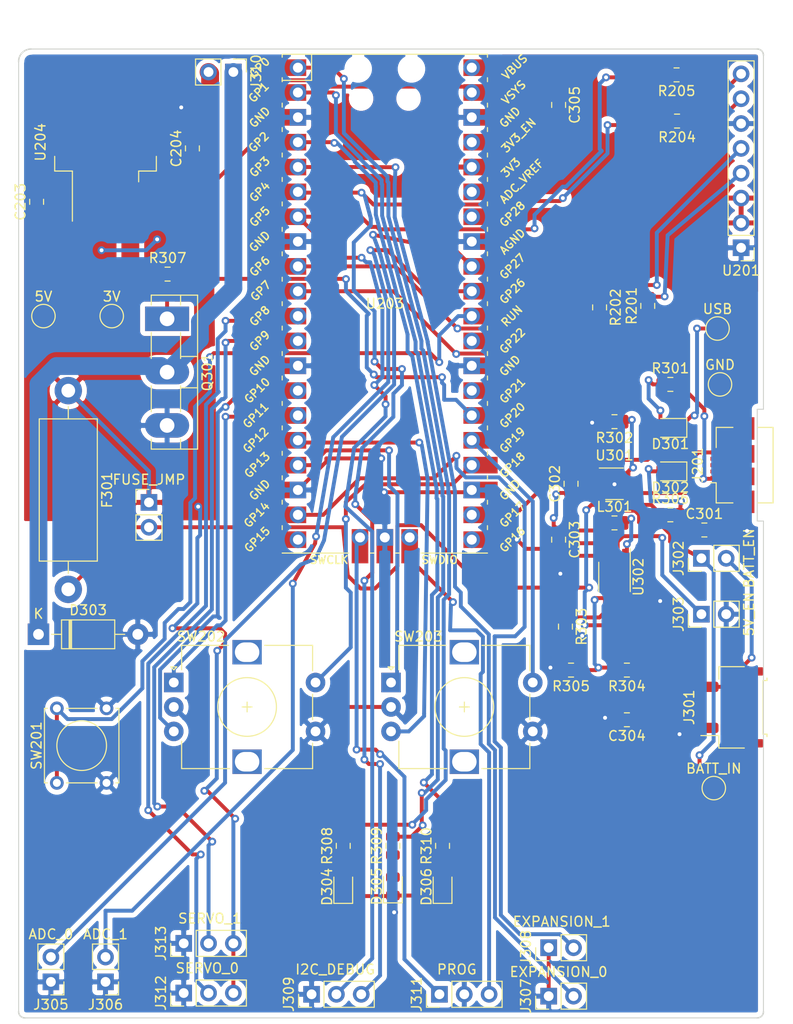
<source format=kicad_pcb>
(kicad_pcb (version 20171130) (host pcbnew "(5.1.6)-1")
  (layers (0 F.Cu signal) (31 B.Cu signal) (34 B.Paste user) (35 F.Paste user) (36 B.SilkS user) (37 F.SilkS user) (38 B.Mask user) (39 F.Mask user) (44 Edge.Cuts user))
  (net 0 "")
  (net 1 GND)
  (net 2 +5V)
  (net 3 +3V3)
  (net 4 3V_SPRK)
  (net 5 /Sheet600348E6/V_USB)
  (net 6 +BATT)
  (net 7 /MCU/CHRG_STAT)
  (net 8 I2C_SCL)
  (net 9 I2C_SDA)
  (net 10 SWCLK)
  (net 11 SWDIO)
  (net 12 SERVO_0)
  (net 13 SERVO_1)
  (net 14 EXP_0)
  (net 15 EXP_1)
  (net 16 IMU_INT1)
  (net 17 "Net-(R201-Pad2)")
  (net 18 IMU_INT2)
  (net 19 "Net-(R202-Pad1)")
  (net 20 SPARK_EN)
  (net 21 LED_0)
  (net 22 LED_1)
  (net 23 LED_2)
  (net 24 /MCU/RST)
  (net 25 ROT_1_SW)
  (net 26 ROT_1_CCW)
  (net 27 ROT_1_CW)
  (net 28 ROT_0_CW)
  (net 29 ROT_0_CCW)
  (net 30 ROT_0_SW)
  (net 31 "Net-(U203-Pad22)")
  (net 32 "Net-(U203-Pad27)")
  (net 33 "Net-(U203-Pad29)")
  (net 34 "Net-(U203-Pad34)")
  (net 35 "Net-(U203-Pad35)")
  (net 36 "Net-(U203-Pad37)")
  (net 37 "Net-(U203-Pad40)")
  (net 38 "Net-(U203-Pad20)")
  (net 39 /Sheet600348E6/BOOST_OUT)
  (net 40 /Sheet600348E6/BATT_EN)
  (net 41 /Sheet600348E6/LX_IND)
  (net 42 /Sheet600348E6/BATT_PROG)
  (net 43 /Sheet600348E6/RST_N)
  (net 44 /Sheet600348E6/FB_DIV)
  (net 45 /Sheet600348E6/BATT_+)
  (net 46 /Sheet600348E6/USB_OK)
  (net 47 /Sheet600348E6/5V_OK)
  (net 48 /MCU/Pinouts/LED_0_R)
  (net 49 /MCU/Pinouts/LED_1_R)
  (net 50 /MCU/Pinouts/LED_2_R)
  (net 51 "Net-(Q301-Pad1)")
  (net 52 ADC_0)
  (net 53 ADC_1)
  (net 54 /MCU/Pinouts/SPRK_FET)
  (module Rotary_Encoder:RotaryEncoder_Alps_EC12E-Switch_Vertical_H20mm (layer F.Cu) (at 88.9 129.54)
    (fp_text reference SW203 (at 2.8 -4.7) (layer F.SilkS))
    (fp_text value Rotary_Encoder_Switch_0)
    (pad A thru_hole rect (at 0 0) (size 2 2) (drill 1) (layers *.Cu *.Mask) (net 28 ROT_0_CW))
    (pad C thru_hole circle (at 0 2.5) (size 2 2) (drill 1) (layers *.Cu *.Mask) (net 1 GND))
    (pad B thru_hole circle (at 0 5) (size 2 2) (drill 1) (layers *.Cu *.Mask) (net 29 ROT_0_CCW))
    (pad MP thru_hole rect (at 7.5 -3.1) (size 3 2.5) (drill oval 2.5 2) (layers *.Cu *.Mask))
    (pad MP thru_hole rect (at 7.5 8.1) (size 3 2.5) (drill oval 2.5 2) (layers *.Cu *.Mask))
    (pad S1 thru_hole circle (at 14.5 0) (size 2 2) (drill 1) (layers *.Cu *.Mask) (net 30 ROT_0_SW))
    (pad S2 thru_hole circle (at 14.5 5) (size 2 2) (drill 1) (layers *.Cu *.Mask) (net 1 GND))
  )
  (module RPi_Pico:RPi_Pico_SMD_TH (layer F.Cu) (at 88.265 90.805)
    (fp_text reference U203 (at 0 0) (layer F.SilkS))
    (fp_text value Pico)
    (fp_text user SWDIO (at 5.6 26.2) (layer F.SilkS) (effects (font (size 0.8 0.8))))
    (fp_text user SWCLK (at -5.7 26.2) (layer F.SilkS) (effects (font (size 0.8 0.8))))
    (fp_text user AGND (at 13.054 -6.35 45) (layer F.SilkS) (effects (font (size 0.8 0.8))))
    (fp_text user GND (at 12.8 -19.05 45) (layer F.SilkS) (effects (font (size 0.8 0.8))))
    (fp_text user GND (at 12.8 6.35 45) (layer F.SilkS) (effects (font (size 0.8 0.8))))
    (fp_text user GND (at 12.8 19.05 45) (layer F.SilkS) (effects (font (size 0.8 0.8))))
    (fp_text user GND (at -12.8 19.05 45) (layer F.SilkS) (effects (font (size 0.8 0.8))))
    (fp_text user GND (at -12.8 6.35 45) (layer F.SilkS) (effects (font (size 0.8 0.8))))
    (fp_text user GND (at -12.8 -6.35 45) (layer F.SilkS) (effects (font (size 0.8 0.8))))
    (fp_text user GND (at -12.8 -19.05 45) (layer F.SilkS) (effects (font (size 0.8 0.8))))
    (fp_text user VBUS (at 13.3 -24.2 45) (layer F.SilkS) (effects (font (size 0.8 0.8))))
    (fp_text user VSYS (at 13.2 -21.59 45) (layer F.SilkS) (effects (font (size 0.8 0.8))))
    (fp_text user 3V3_EN (at 13.7 -17.2 45) (layer F.SilkS) (effects (font (size 0.8 0.8))))
    (fp_text user 3V3 (at 12.9 -13.9 45) (layer F.SilkS) (effects (font (size 0.8 0.8))))
    (fp_text user ADC_VREF (at 14 -12.5 45) (layer F.SilkS) (effects (font (size 0.8 0.8))))
    (fp_text user GP28 (at 13.054 -9.144 45) (layer F.SilkS) (effects (font (size 0.8 0.8))))
    (fp_text user GP27 (at 13.054 -3.8 45) (layer F.SilkS) (effects (font (size 0.8 0.8))))
    (fp_text user GP26 (at 13.054 -1.27 45) (layer F.SilkS) (effects (font (size 0.8 0.8))))
    (fp_text user RUN (at 13 1.27 45) (layer F.SilkS) (effects (font (size 0.8 0.8))))
    (fp_text user GP22 (at 13.054 3.81 45) (layer F.SilkS) (effects (font (size 0.8 0.8))))
    (fp_text user GP21 (at 13.054 8.9 45) (layer F.SilkS) (effects (font (size 0.8 0.8))))
    (fp_text user GP20 (at 13.054 11.43 45) (layer F.SilkS) (effects (font (size 0.8 0.8))))
    (fp_text user GP19 (at 13.054 13.97 45) (layer F.SilkS) (effects (font (size 0.8 0.8))))
    (fp_text user GP18 (at 13.054 16.51 45) (layer F.SilkS) (effects (font (size 0.8 0.8))))
    (fp_text user GP17 (at 13.054 21.59 45) (layer F.SilkS) (effects (font (size 0.8 0.8))))
    (fp_text user GP16 (at 13.054 24.13 45) (layer F.SilkS) (effects (font (size 0.8 0.8))))
    (fp_text user GP15 (at -13.054 24.13 45) (layer F.SilkS) (effects (font (size 0.8 0.8))))
    (fp_text user GP14 (at -13.1 21.59 45) (layer F.SilkS) (effects (font (size 0.8 0.8))))
    (fp_text user GP13 (at -13.054 16.51 45) (layer F.SilkS) (effects (font (size 0.8 0.8))))
    (fp_text user GP12 (at -13.2 13.97 45) (layer F.SilkS) (effects (font (size 0.8 0.8))))
    (fp_text user GP11 (at -13.2 11.43 45) (layer F.SilkS) (effects (font (size 0.8 0.8))))
    (fp_text user GP10 (at -13.054 8.89 45) (layer F.SilkS) (effects (font (size 0.8 0.8))))
    (fp_text user GP9 (at -12.8 3.81 45) (layer F.SilkS) (effects (font (size 0.8 0.8))))
    (fp_text user GP8 (at -12.8 1.27 45) (layer F.SilkS) (effects (font (size 0.8 0.8))))
    (fp_text user GP7 (at -12.7 -1.3 45) (layer F.SilkS) (effects (font (size 0.8 0.8))))
    (fp_text user GP6 (at -12.8 -3.81 45) (layer F.SilkS) (effects (font (size 0.8 0.8))))
    (fp_text user GP5 (at -12.8 -8.89 45) (layer F.SilkS) (effects (font (size 0.8 0.8))))
    (fp_text user GP4 (at -12.8 -11.43 45) (layer F.SilkS) (effects (font (size 0.8 0.8))))
    (fp_text user GP3 (at -12.8 -13.97 45) (layer F.SilkS) (effects (font (size 0.8 0.8))))
    (fp_text user GP0 (at -12.8 -24.13 45) (layer F.SilkS) (effects (font (size 0.8 0.8))))
    (fp_text user GP2 (at -12.9 -16.51 45) (layer F.SilkS) (effects (font (size 0.8 0.8))))
    (fp_text user GP1 (at -12.9 -21.6 45) (layer F.SilkS) (effects (font (size 0.8 0.8))))
    (pad 43 thru_hole oval (at 2.54 23.9) (size 1.7 1.7) (drill 1.02) (layers *.Cu *.Mask) (net 11 SWDIO))
    (pad 43 smd rect (at 2.54 23.9 90) (size 3.5 1.7) (drill (offset -0.9 0)) (layers F.Cu F.Mask) (net 11 SWDIO))
    (pad 42 thru_hole rect (at 0 23.9) (size 1.7 1.7) (drill 1.02) (layers *.Cu *.Mask) (net 1 GND))
    (pad 42 smd rect (at 0 23.9 90) (size 3.5 1.7) (drill (offset -0.9 0)) (layers F.Cu F.Mask) (net 1 GND))
    (pad 41 thru_hole oval (at -2.54 23.9) (size 1.7 1.7) (drill 1.02) (layers *.Cu *.Mask) (net 10 SWCLK))
    (pad 41 smd rect (at -2.54 23.9 90) (size 3.5 1.7) (drill (offset -0.9 0)) (layers F.Cu F.Mask) (net 10 SWCLK))
    (pad "" np_thru_hole oval (at 2.425 -20.97) (size 1.5 1.5) (drill 1.5) (layers *.Cu *.Mask))
    (pad "" np_thru_hole oval (at -2.425 -20.97) (size 1.5 1.5) (drill 1.5) (layers *.Cu *.Mask))
    (pad "" np_thru_hole oval (at 2.725 -24) (size 1.8 1.8) (drill 1.8) (layers *.Cu *.Mask))
    (pad "" np_thru_hole oval (at -2.725 -24) (size 1.8 1.8) (drill 1.8) (layers *.Cu *.Mask))
    (pad 21 smd rect (at 8.89 24.13) (size 3.5 1.7) (drill (offset 0.9 0)) (layers F.Cu F.Mask) (net 7 /MCU/CHRG_STAT))
    (pad 22 smd rect (at 8.89 21.59) (size 3.5 1.7) (drill (offset 0.9 0)) (layers F.Cu F.Mask) (net 31 "Net-(U203-Pad22)"))
    (pad 23 smd rect (at 8.89 19.05) (size 3.5 1.7) (drill (offset 0.9 0)) (layers F.Cu F.Mask) (net 1 GND))
    (pad 24 smd rect (at 8.89 16.51) (size 3.5 1.7) (drill (offset 0.9 0)) (layers F.Cu F.Mask) (net 25 ROT_1_SW))
    (pad 25 smd rect (at 8.89 13.97) (size 3.5 1.7) (drill (offset 0.9 0)) (layers F.Cu F.Mask) (net 30 ROT_0_SW))
    (pad 26 smd rect (at 8.89 11.43) (size 3.5 1.7) (drill (offset 0.9 0)) (layers F.Cu F.Mask) (net 20 SPARK_EN))
    (pad 27 smd rect (at 8.89 8.89) (size 3.5 1.7) (drill (offset 0.9 0)) (layers F.Cu F.Mask) (net 32 "Net-(U203-Pad27)"))
    (pad 28 smd rect (at 8.89 6.35) (size 3.5 1.7) (drill (offset 0.9 0)) (layers F.Cu F.Mask) (net 1 GND))
    (pad 29 smd rect (at 8.89 3.81) (size 3.5 1.7) (drill (offset 0.9 0)) (layers F.Cu F.Mask) (net 33 "Net-(U203-Pad29)"))
    (pad 30 smd rect (at 8.89 1.27) (size 3.5 1.7) (drill (offset 0.9 0)) (layers F.Cu F.Mask) (net 24 /MCU/RST))
    (pad 31 smd rect (at 8.89 -1.27) (size 3.5 1.7) (drill (offset 0.9 0)) (layers F.Cu F.Mask) (net 53 ADC_1))
    (pad 32 smd rect (at 8.89 -3.81) (size 3.5 1.7) (drill (offset 0.9 0)) (layers F.Cu F.Mask) (net 52 ADC_0))
    (pad 33 smd rect (at 8.89 -6.35) (size 3.5 1.7) (drill (offset 0.9 0)) (layers F.Cu F.Mask) (net 1 GND))
    (pad 34 smd rect (at 8.89 -8.89) (size 3.5 1.7) (drill (offset 0.9 0)) (layers F.Cu F.Mask) (net 34 "Net-(U203-Pad34)"))
    (pad 35 smd rect (at 8.89 -11.43) (size 3.5 1.7) (drill (offset 0.9 0)) (layers F.Cu F.Mask) (net 35 "Net-(U203-Pad35)"))
    (pad 36 smd rect (at 8.89 -13.97) (size 3.5 1.7) (drill (offset 0.9 0)) (layers F.Cu F.Mask) (net 3 +3V3))
    (pad 37 smd rect (at 8.89 -16.51) (size 3.5 1.7) (drill (offset 0.9 0)) (layers F.Cu F.Mask) (net 36 "Net-(U203-Pad37)"))
    (pad 38 smd rect (at 8.89 -19.05) (size 3.5 1.7) (drill (offset 0.9 0)) (layers F.Cu F.Mask) (net 1 GND))
    (pad 39 smd rect (at 8.89 -21.59) (size 3.5 1.7) (drill (offset 0.9 0)) (layers F.Cu F.Mask) (net 2 +5V))
    (pad 40 smd rect (at 8.89 -24.13) (size 3.5 1.7) (drill (offset 0.9 0)) (layers F.Cu F.Mask) (net 37 "Net-(U203-Pad40)"))
    (pad 20 smd rect (at -8.89 24.13) (size 3.5 1.7) (drill (offset -0.9 0)) (layers F.Cu F.Mask) (net 38 "Net-(U203-Pad20)"))
    (pad 19 smd rect (at -8.89 21.59) (size 3.5 1.7) (drill (offset -0.9 0)) (layers F.Cu F.Mask) (net 15 EXP_1))
    (pad 18 smd rect (at -8.89 19.05) (size 3.5 1.7) (drill (offset -0.9 0)) (layers F.Cu F.Mask) (net 1 GND))
    (pad 17 smd rect (at -8.89 16.51) (size 3.5 1.7) (drill (offset -0.9 0)) (layers F.Cu F.Mask) (net 28 ROT_0_CW))
    (pad 16 smd rect (at -8.89 13.97) (size 3.5 1.7) (drill (offset -0.9 0)) (layers F.Cu F.Mask) (net 29 ROT_0_CCW))
    (pad 15 smd rect (at -8.89 11.43) (size 3.5 1.7) (drill (offset -0.9 0)) (layers F.Cu F.Mask) (net 27 ROT_1_CW))
    (pad 14 smd rect (at -8.89 8.89) (size 3.5 1.7) (drill (offset -0.9 0)) (layers F.Cu F.Mask) (net 26 ROT_1_CCW))
    (pad 13 smd rect (at -8.89 6.35) (size 3.5 1.7) (drill (offset -0.9 0)) (layers F.Cu F.Mask) (net 1 GND))
    (pad 12 smd rect (at -8.89 3.81) (size 3.5 1.7) (drill (offset -0.9 0)) (layers F.Cu F.Mask) (net 13 SERVO_1))
    (pad 11 smd rect (at -8.89 1.27) (size 3.5 1.7) (drill (offset -0.9 0)) (layers F.Cu F.Mask) (net 12 SERVO_0))
    (pad 10 smd rect (at -8.89 -1.27) (size 3.5 1.7) (drill (offset -0.9 0)) (layers F.Cu F.Mask) (net 18 IMU_INT2))
    (pad 9 smd rect (at -8.89 -3.81) (size 3.5 1.7) (drill (offset -0.9 0)) (layers F.Cu F.Mask) (net 16 IMU_INT1))
    (pad 8 smd rect (at -8.89 -6.35) (size 3.5 1.7) (drill (offset -0.9 0)) (layers F.Cu F.Mask) (net 1 GND))
    (pad 7 smd rect (at -8.89 -8.89) (size 3.5 1.7) (drill (offset -0.9 0)) (layers F.Cu F.Mask) (net 8 I2C_SCL))
    (pad 6 smd rect (at -8.89 -11.43) (size 3.5 1.7) (drill (offset -0.9 0)) (layers F.Cu F.Mask) (net 9 I2C_SDA))
    (pad 5 smd rect (at -8.89 -13.97) (size 3.5 1.7) (drill (offset -0.9 0)) (layers F.Cu F.Mask) (net 14 EXP_0))
    (pad 4 smd rect (at -8.89 -16.51) (size 3.5 1.7) (drill (offset -0.9 0)) (layers F.Cu F.Mask) (net 23 LED_2))
    (pad 3 smd rect (at -8.89 -19.05) (size 3.5 1.7) (drill (offset -0.9 0)) (layers F.Cu F.Mask) (net 1 GND))
    (pad 2 smd rect (at -8.89 -21.59) (size 3.5 1.7) (drill (offset -0.9 0)) (layers F.Cu F.Mask) (net 22 LED_1))
    (pad 1 smd rect (at -8.89 -24.13) (size 3.5 1.7) (drill (offset -0.9 0)) (layers F.Cu F.Mask) (net 21 LED_0))
    (pad 40 thru_hole oval (at 8.89 -24.13) (size 1.7 1.7) (drill 1.02) (layers *.Cu *.Mask) (net 37 "Net-(U203-Pad40)"))
    (pad 39 thru_hole oval (at 8.89 -21.59) (size 1.7 1.7) (drill 1.02) (layers *.Cu *.Mask) (net 2 +5V))
    (pad 38 thru_hole rect (at 8.89 -19.05) (size 1.7 1.7) (drill 1.02) (layers *.Cu *.Mask) (net 1 GND))
    (pad 37 thru_hole oval (at 8.89 -16.51) (size 1.7 1.7) (drill 1.02) (layers *.Cu *.Mask) (net 36 "Net-(U203-Pad37)"))
    (pad 36 thru_hole oval (at 8.89 -13.97) (size 1.7 1.7) (drill 1.02) (layers *.Cu *.Mask) (net 3 +3V3))
    (pad 35 thru_hole oval (at 8.89 -11.43) (size 1.7 1.7) (drill 1.02) (layers *.Cu *.Mask) (net 35 "Net-(U203-Pad35)"))
    (pad 34 thru_hole oval (at 8.89 -8.89) (size 1.7 1.7) (drill 1.02) (layers *.Cu *.Mask) (net 34 "Net-(U203-Pad34)"))
    (pad 33 thru_hole rect (at 8.89 -6.35) (size 1.7 1.7) (drill 1.02) (layers *.Cu *.Mask) (net 1 GND))
    (pad 32 thru_hole oval (at 8.89 -3.81) (size 1.7 1.7) (drill 1.02) (layers *.Cu *.Mask) (net 52 ADC_0))
    (pad 31 thru_hole oval (at 8.89 -1.27) (size 1.7 1.7) (drill 1.02) (layers *.Cu *.Mask) (net 53 ADC_1))
    (pad 30 thru_hole oval (at 8.89 1.27) (size 1.7 1.7) (drill 1.02) (layers *.Cu *.Mask) (net 24 /MCU/RST))
    (pad 29 thru_hole oval (at 8.89 3.81) (size 1.7 1.7) (drill 1.02) (layers *.Cu *.Mask) (net 33 "Net-(U203-Pad29)"))
    (pad 28 thru_hole rect (at 8.89 6.35) (size 1.7 1.7) (drill 1.02) (layers *.Cu *.Mask) (net 1 GND))
    (pad 27 thru_hole oval (at 8.89 8.89) (size 1.7 1.7) (drill 1.02) (layers *.Cu *.Mask) (net 32 "Net-(U203-Pad27)"))
    (pad 26 thru_hole oval (at 8.89 11.43) (size 1.7 1.7) (drill 1.02) (layers *.Cu *.Mask) (net 20 SPARK_EN))
    (pad 25 thru_hole oval (at 8.89 13.97) (size 1.7 1.7) (drill 1.02) (layers *.Cu *.Mask) (net 30 ROT_0_SW))
    (pad 24 thru_hole oval (at 8.89 16.51) (size 1.7 1.7) (drill 1.02) (layers *.Cu *.Mask) (net 25 ROT_1_SW))
    (pad 23 thru_hole rect (at 8.89 19.05) (size 1.7 1.7) (drill 1.02) (layers *.Cu *.Mask) (net 1 GND))
    (pad 22 thru_hole oval (at 8.89 21.59) (size 1.7 1.7) (drill 1.02) (layers *.Cu *.Mask) (net 31 "Net-(U203-Pad22)"))
    (pad 21 thru_hole oval (at 8.89 24.13) (size 1.7 1.7) (drill 1.02) (layers *.Cu *.Mask) (net 7 /MCU/CHRG_STAT))
    (pad 20 thru_hole oval (at -8.89 24.13) (size 1.7 1.7) (drill 1.02) (layers *.Cu *.Mask) (net 38 "Net-(U203-Pad20)"))
    (pad 19 thru_hole oval (at -8.89 21.59) (size 1.7 1.7) (drill 1.02) (layers *.Cu *.Mask) (net 15 EXP_1))
    (pad 18 thru_hole rect (at -8.89 19.05) (size 1.7 1.7) (drill 1.02) (layers *.Cu *.Mask) (net 1 GND))
    (pad 17 thru_hole oval (at -8.89 16.51) (size 1.7 1.7) (drill 1.02) (layers *.Cu *.Mask) (net 28 ROT_0_CW))
    (pad 16 thru_hole oval (at -8.89 13.97) (size 1.7 1.7) (drill 1.02) (layers *.Cu *.Mask) (net 29 ROT_0_CCW))
    (pad 15 thru_hole oval (at -8.89 11.43) (size 1.7 1.7) (drill 1.02) (layers *.Cu *.Mask) (net 27 ROT_1_CW))
    (pad 14 thru_hole oval (at -8.89 8.89) (size 1.7 1.7) (drill 1.02) (layers *.Cu *.Mask) (net 26 ROT_1_CCW))
    (pad 13 thru_hole rect (at -8.89 6.35) (size 1.7 1.7) (drill 1.02) (layers *.Cu *.Mask) (net 1 GND))
    (pad 12 thru_hole oval (at -8.89 3.81) (size 1.7 1.7) (drill 1.02) (layers *.Cu *.Mask) (net 13 SERVO_1))
    (pad 11 thru_hole oval (at -8.89 1.27) (size 1.7 1.7) (drill 1.02) (layers *.Cu *.Mask) (net 12 SERVO_0))
    (pad 10 thru_hole oval (at -8.89 -1.27) (size 1.7 1.7) (drill 1.02) (layers *.Cu *.Mask) (net 18 IMU_INT2))
    (pad 9 thru_hole oval (at -8.89 -3.81) (size 1.7 1.7) (drill 1.02) (layers *.Cu *.Mask) (net 16 IMU_INT1))
    (pad 8 thru_hole rect (at -8.89 -6.35) (size 1.7 1.7) (drill 1.02) (layers *.Cu *.Mask) (net 1 GND))
    (pad 7 thru_hole oval (at -8.89 -8.89) (size 1.7 1.7) (drill 1.02) (layers *.Cu *.Mask) (net 8 I2C_SCL))
    (pad 6 thru_hole oval (at -8.89 -11.43) (size 1.7 1.7) (drill 1.02) (layers *.Cu *.Mask) (net 9 I2C_SDA))
    (pad 5 thru_hole oval (at -8.89 -13.97) (size 1.7 1.7) (drill 1.02) (layers *.Cu *.Mask) (net 14 EXP_0))
    (pad 4 thru_hole oval (at -8.89 -16.51) (size 1.7 1.7) (drill 1.02) (layers *.Cu *.Mask) (net 23 LED_2))
    (pad 3 thru_hole rect (at -8.89 -19.05) (size 1.7 1.7) (drill 1.02) (layers *.Cu *.Mask) (net 1 GND))
    (pad 2 thru_hole oval (at -8.89 -21.59) (size 1.7 1.7) (drill 1.02) (layers *.Cu *.Mask) (net 22 LED_1))
    (pad 1 thru_hole oval (at -8.89 -24.13) (size 1.7 1.7) (drill 1.02) (layers *.Cu *.Mask) (net 21 LED_0))
  )
  (module LED_SMD:LED_0805_2012Metric (layer F.Cu) (at 117.475 103.505 180)
    (fp_text reference D301 (at 0 -1.65) (layer F.SilkS))
    (fp_text value USB_OK)
    (pad 2 smd roundrect (at 0.9375 0 180) (size 0.975 1.4) (layers F.Cu F.Paste F.Mask) (net 46 /Sheet600348E6/USB_OK))
    (pad 1 smd roundrect (at -0.9375 0 180) (size 0.975 1.4) (layers F.Cu F.Paste F.Mask) (net 7 /MCU/CHRG_STAT))
  )
  (module LED_SMD:LED_0805_2012Metric (layer F.Cu) (at 117.475 107.95 180)
    (fp_text reference D302 (at 0 -1.65) (layer F.SilkS))
    (fp_text value 5V_OK)
    (pad 1 smd roundrect (at -0.9375 0 180) (size 0.975 1.4) (layers F.Cu F.Paste F.Mask) (net 1 GND))
    (pad 2 smd roundrect (at 0.9375 0 180) (size 0.975 1.4) (layers F.Cu F.Paste F.Mask) (net 47 /Sheet600348E6/5V_OK))
  )
  (module Resistor_THT:R_Axial_DIN0614_L14.3mm_D5.7mm_P20.32mm_Horizontal (layer F.Cu) (at 55.88 99.695 270)
    (fp_text reference F301 (at 10.16 -3.97 90) (layer F.SilkS))
    (fp_text value Fuse)
    (pad 1 thru_hole circle (at 0 0 270) (size 2.8 2.8) (drill 1.4) (layers *.Cu *.Mask) (net 2 +5V))
    (pad 2 thru_hole oval (at 20.32 0 270) (size 2.8 2.8) (drill 1.4) (layers *.Cu *.Mask) (net 39 /Sheet600348E6/BOOST_OUT))
  )
  (module Connector_JST:JST_LEA_SM02B-LEASS-TF_1x02-1MP_P4.20mm_Horizontal (layer F.Cu) (at 123.825 132.08 90)
    (fp_text reference J301 (at 0 -4.42 90) (layer F.SilkS))
    (fp_text value JST_2MM_MALE)
    (pad 1 smd roundrect (at -2.1 -2.325 90) (size 1.05 1.8) (layers F.Cu F.Paste F.Mask) (roundrect_rratio 0.238095) (net 1 GND))
    (pad 2 smd roundrect (at 2.1 -2.325 90) (size 1.05 1.8) (layers F.Cu F.Paste F.Mask) (roundrect_rratio 0.238095) (net 45 /Sheet600348E6/BATT_+))
    (pad MP smd roundrect (at -3.675 2.35 90) (size 0.85 1.75) (layers F.Cu F.Paste F.Mask))
    (pad MP smd roundrect (at 3.675 2.35 90) (size 0.85 1.75) (layers F.Cu F.Paste F.Mask))
  )
  (module Connector_PinHeader_2.54mm:PinHeader_1x02_P2.54mm_Vertical (layer F.Cu) (at 120.65 116.84 90)
    (fp_text reference J302 (at 0 -2.33 90) (layer F.SilkS))
    (fp_text value BATT_EN (at 0 4.87 90) (layer F.SilkS))
    (pad 2 thru_hole oval (at 0 2.54 90) (size 1.7 1.7) (drill 1) (layers *.Cu *.Mask) (net 45 /Sheet600348E6/BATT_+))
    (pad 1 thru_hole rect (at 0 0 90) (size 1.7 1.7) (drill 1) (layers *.Cu *.Mask) (net 6 +BATT))
  )
  (module Connector_PinHeader_2.54mm:PinHeader_1x02_P2.54mm_Vertical (layer F.Cu) (at 120.65 122.555 90)
    (fp_text reference J303 (at 0 -2.33 90) (layer F.SilkS))
    (fp_text value 5V_EN (at 0 4.87 90) (layer F.SilkS))
    (pad 1 thru_hole rect (at 0 0 90) (size 1.7 1.7) (drill 1) (layers *.Cu *.Mask) (net 40 /Sheet600348E6/BATT_EN))
    (pad 2 thru_hole oval (at 0 2.54 90) (size 1.7 1.7) (drill 1) (layers *.Cu *.Mask) (net 1 GND))
  )
  (module Connector_PinHeader_2.54mm:PinHeader_1x02_P2.54mm_Vertical (layer F.Cu) (at 64.135 111.125)
    (fp_text reference FUSE_JMP (at 0 -2.33) (layer F.SilkS))
    (fp_text value FUSE_BYPASS)
    (pad 1 thru_hole rect (at 0 0) (size 1.7 1.7) (drill 1) (layers *.Cu *.Mask) (net 2 +5V))
    (pad 2 thru_hole oval (at 0 2.54) (size 1.7 1.7) (drill 1) (layers *.Cu *.Mask) (net 39 /Sheet600348E6/BOOST_OUT))
  )
  (module Inductor_SMD:L_0805_2012Metric (layer F.Cu) (at 111.76 113.2205)
    (fp_text reference L301 (at 0 -1.65) (layer F.SilkS))
    (fp_text value 2.2uH3A)
    (pad 1 smd roundrect (at -0.9375 0) (size 0.975 1.4) (layers F.Cu F.Paste F.Mask) (net 6 +BATT))
    (pad 2 smd roundrect (at 0.9375 0) (size 0.975 1.4) (layers F.Cu F.Paste F.Mask) (net 41 /Sheet600348E6/LX_IND))
  )
  (module Resistor_SMD:R_0805_2012Metric (layer F.Cu) (at 115.1636 91.0336 90)
    (fp_text reference R201 (at 0 -1.65 90) (layer F.SilkS))
    (fp_text value DNP)
    (pad 1 smd roundrect (at -0.9375 0 90) (size 0.975 1.4) (layers F.Cu F.Paste F.Mask) (net 16 IMU_INT1))
    (pad 2 smd roundrect (at 0.9375 0 90) (size 0.975 1.4) (layers F.Cu F.Paste F.Mask) (net 17 "Net-(R201-Pad2)"))
  )
  (module Resistor_SMD:R_0805_2012Metric (layer F.Cu) (at 110.236 91.186 270)
    (fp_text reference R202 (at 0 -1.65 90) (layer F.SilkS))
    (fp_text value DNP)
    (pad 2 smd roundrect (at 0.9375 0 270) (size 0.975 1.4) (layers F.Cu F.Paste F.Mask) (net 18 IMU_INT2))
    (pad 1 smd roundrect (at -0.9375 0 270) (size 0.975 1.4) (layers F.Cu F.Paste F.Mask) (net 19 "Net-(R202-Pad1)"))
  )
  (module Resistor_SMD:R_0805_2012Metric (layer F.Cu) (at 118.1608 72.136 180)
    (fp_text reference R204 (at 0 -1.65) (layer F.SilkS))
    (fp_text value 4.7k)
    (pad 1 smd roundrect (at -0.9375 0 180) (size 0.975 1.4) (layers F.Cu F.Paste F.Mask) (net 3 +3V3))
    (pad 2 smd roundrect (at 0.9375 0 180) (size 0.975 1.4) (layers F.Cu F.Paste F.Mask) (net 9 I2C_SDA))
  )
  (module Resistor_SMD:R_0805_2012Metric (layer F.Cu) (at 118.11 67.4116 180)
    (fp_text reference R205 (at 0 -1.65) (layer F.SilkS))
    (fp_text value 4.7k)
    (pad 2 smd roundrect (at 0.9375 0 180) (size 0.975 1.4) (layers F.Cu F.Paste F.Mask) (net 8 I2C_SCL))
    (pad 1 smd roundrect (at -0.9375 0 180) (size 0.975 1.4) (layers F.Cu F.Paste F.Mask) (net 3 +3V3))
  )
  (module Resistor_SMD:R_0805_2012Metric (layer F.Cu) (at 117.475 99.06)
    (fp_text reference R301 (at 0 -1.65) (layer F.SilkS))
    (fp_text value 220)
    (pad 1 smd roundrect (at -0.9375 0) (size 0.975 1.4) (layers F.Cu F.Paste F.Mask) (net 46 /Sheet600348E6/USB_OK))
    (pad 2 smd roundrect (at 0.9375 0) (size 0.975 1.4) (layers F.Cu F.Paste F.Mask) (net 5 /Sheet600348E6/V_USB))
  )
  (module Resistor_SMD:R_0805_2012Metric (layer F.Cu) (at 111.76 102.87 180)
    (fp_text reference R302 (at 0 -1.65) (layer F.SilkS))
    (fp_text value 2k)
    (pad 2 smd roundrect (at 0.9375 0 180) (size 0.975 1.4) (layers F.Cu F.Paste F.Mask) (net 1 GND))
    (pad 1 smd roundrect (at -0.9375 0 180) (size 0.975 1.4) (layers F.Cu F.Paste F.Mask) (net 42 /Sheet600348E6/BATT_PROG))
  )
  (module Resistor_SMD:R_0805_2012Metric (layer F.Cu) (at 106.7435 123.825 270)
    (fp_text reference R303 (at 0 -1.65 90) (layer F.SilkS))
    (fp_text value DNP)
    (pad 1 smd roundrect (at -0.9375 0 270) (size 0.975 1.4) (layers F.Cu F.Paste F.Mask) (net 43 /Sheet600348E6/RST_N))
    (pad 2 smd roundrect (at 0.9375 0 270) (size 0.975 1.4) (layers F.Cu F.Paste F.Mask) (net 1 GND))
  )
  (module Resistor_SMD:R_0805_2012Metric (layer F.Cu) (at 113.03 128.27 180)
    (fp_text reference R304 (at 0 -1.65) (layer F.SilkS))
    (fp_text value 750k)
    (pad 2 smd roundrect (at 0.9375 0 180) (size 0.975 1.4) (layers F.Cu F.Paste F.Mask) (net 44 /Sheet600348E6/FB_DIV))
    (pad 1 smd roundrect (at -0.9375 0 180) (size 0.975 1.4) (layers F.Cu F.Paste F.Mask) (net 39 /Sheet600348E6/BOOST_OUT))
  )
  (module Resistor_SMD:R_0805_2012Metric (layer F.Cu) (at 107.315 128.27 180)
    (fp_text reference R305 (at 0 -1.65) (layer F.SilkS))
    (fp_text value 100k)
    (pad 1 smd roundrect (at -0.9375 0 180) (size 0.975 1.4) (layers F.Cu F.Paste F.Mask) (net 44 /Sheet600348E6/FB_DIV))
    (pad 2 smd roundrect (at 0.9375 0 180) (size 0.975 1.4) (layers F.Cu F.Paste F.Mask) (net 1 GND))
  )
  (module Resistor_SMD:R_0805_2012Metric (layer F.Cu) (at 117.475 112.395)
    (fp_text reference R306 (at 0 -1.65) (layer F.SilkS))
    (fp_text value 220)
    (pad 2 smd roundrect (at 0.9375 0) (size 0.975 1.4) (layers F.Cu F.Paste F.Mask) (net 47 /Sheet600348E6/5V_OK))
    (pad 1 smd roundrect (at -0.9375 0) (size 0.975 1.4) (layers F.Cu F.Paste F.Mask) (net 39 /Sheet600348E6/BOOST_OUT))
  )
  (module Connector_PinHeader_2.54mm:PinHeader_1x08_P2.54mm_Vertical (layer F.Cu) (at 124.714 85.09 180)
    (fp_text reference U201 (at 0 -2.33) (layer F.SilkS))
    (fp_text value ADXL345-SF)
    (pad 1 thru_hole rect (at 0 0 180) (size 1.7 1.7) (drill 1) (layers *.Cu *.Mask) (net 1 GND))
    (pad 2 thru_hole oval (at 0 2.54 180) (size 1.7 1.7) (drill 1) (layers *.Cu *.Mask) (net 3 +3V3))
    (pad 3 thru_hole oval (at 0 5.08 180) (size 1.7 1.7) (drill 1) (layers *.Cu *.Mask) (net 3 +3V3))
    (pad 4 thru_hole oval (at 0 7.62 180) (size 1.7 1.7) (drill 1) (layers *.Cu *.Mask) (net 17 "Net-(R201-Pad2)"))
    (pad 5 thru_hole oval (at 0 10.16 180) (size 1.7 1.7) (drill 1) (layers *.Cu *.Mask) (net 19 "Net-(R202-Pad1)"))
    (pad 6 thru_hole oval (at 0 12.7 180) (size 1.7 1.7) (drill 1) (layers *.Cu *.Mask) (net 1 GND))
    (pad 7 thru_hole oval (at 0 15.24 180) (size 1.7 1.7) (drill 1) (layers *.Cu *.Mask) (net 9 I2C_SDA))
    (pad 8 thru_hole oval (at 0 17.78 180) (size 1.7 1.7) (drill 1) (layers *.Cu *.Mask) (net 8 I2C_SCL))
  )
  (module Package_TO_SOT_SMD:TO-263-3_TabPin2 (layer F.Cu) (at 59.69 74.295 90)
    (fp_text reference U204 (at 0 -6.65 90) (layer F.SilkS))
    (fp_text value LM2937xS)
    (pad 1 smd rect (at -5.775 -2.54 90) (size 4.6 1.1) (layers F.Cu F.Paste F.Mask) (net 2 +5V))
    (pad 2 smd rect (at -5.775 0 90) (size 4.6 1.1) (layers F.Cu F.Paste F.Mask) (net 1 GND))
    (pad 3 smd rect (at -5.775 2.54 90) (size 4.6 1.1) (layers F.Cu F.Paste F.Mask) (net 4 3V_SPRK))
    (pad 2 smd rect (at 3.375 0 90) (size 9.4 10.8) (layers F.Cu F.Mask) (net 1 GND))
  )
  (module Package_TO_SOT_SMD:SOT-23-5 (layer F.Cu) (at 111.76 109.22)
    (fp_text reference U301 (at 0 -2.9) (layer F.SilkS))
    (fp_text value MCP73831)
    (pad 1 smd rect (at -1.1 -0.95) (size 1.06 0.65) (layers F.Cu F.Paste F.Mask) (net 7 /MCU/CHRG_STAT))
    (pad 2 smd rect (at -1.1 0) (size 1.06 0.65) (layers F.Cu F.Paste F.Mask) (net 1 GND))
    (pad 3 smd rect (at -1.1 0.95) (size 1.06 0.65) (layers F.Cu F.Paste F.Mask) (net 6 +BATT))
    (pad 4 smd rect (at 1.1 0.95) (size 1.06 0.65) (layers F.Cu F.Paste F.Mask) (net 5 /Sheet600348E6/V_USB))
    (pad 5 smd rect (at 1.1 -0.95) (size 1.06 0.65) (layers F.Cu F.Paste F.Mask) (net 42 /Sheet600348E6/BATT_PROG))
  )
  (module Package_SO:MSOP-8-1EP_3x3mm_P0.65mm_EP1.73x1.85mm (layer F.Cu) (at 111.76 118.745 270)
    (fp_text reference U302 (at 0 -2.45 90) (layer F.SilkS))
    (fp_text value PAM2401)
    (pad 1 smd roundrect (at -2.1625 -0.975 270) (size 1.425 0.4) (layers F.Cu F.Paste F.Mask) (net 41 /Sheet600348E6/LX_IND))
    (pad 2 smd roundrect (at -2.1625 -0.325 270) (size 1.425 0.4) (layers F.Cu F.Paste F.Mask) (net 40 /Sheet600348E6/BATT_EN))
    (pad 3 smd roundrect (at -2.1625 0.325 270) (size 1.425 0.4) (layers F.Cu F.Paste F.Mask) (net 6 +BATT))
    (pad 4 smd roundrect (at -2.1625 0.975 270) (size 1.425 0.4) (layers F.Cu F.Paste F.Mask) (net 1 GND))
    (pad 5 smd roundrect (at 2.1625 0.975 270) (size 1.425 0.4) (layers F.Cu F.Paste F.Mask) (net 44 /Sheet600348E6/FB_DIV))
    (pad 6 smd roundrect (at 2.1625 0.325 270) (size 1.425 0.4) (layers F.Cu F.Paste F.Mask) (net 43 /Sheet600348E6/RST_N))
    (pad 7 smd roundrect (at 2.1625 -0.325 270) (size 1.425 0.4) (layers F.Cu F.Paste F.Mask) (net 39 /Sheet600348E6/BOOST_OUT))
    (pad 8 smd roundrect (at 2.1625 -0.975 270) (size 1.425 0.4) (layers F.Cu F.Paste F.Mask) (net 1 GND))
    (pad 9 smd rect (at 0 0 270) (size 1.73 1.85) (layers F.Cu F.Mask))
  )
  (module TestPoint:TestPoint_Pad_D2.0mm (layer F.Cu) (at 60.325 92.075)
    (fp_text reference 3V (at 0 -1.998) (layer F.SilkS))
    (fp_text value SPRK_TP)
    (pad 1 smd circle (at 0 0) (size 2 2) (layers F.Cu F.Mask) (net 4 3V_SPRK))
  )
  (module TestPoint:TestPoint_Pad_D2.0mm (layer F.Cu) (at 122.301 93.345)
    (fp_text reference USB (at 0 -1.998) (layer F.SilkS))
    (fp_text value "V_USB TestPoint")
    (pad 1 smd circle (at 0 0) (size 2 2) (layers F.Cu F.Mask) (net 7 /MCU/CHRG_STAT))
  )
  (module TestPoint:TestPoint_Pad_D2.0mm (layer F.Cu) (at 121.92 140.335)
    (fp_text reference BATT_IN (at 0 -1.998) (layer F.SilkS))
    (fp_text value "Batt TestPoint")
    (pad 1 smd circle (at 0 0) (size 2 2) (layers F.Cu F.Mask) (net 6 +BATT))
  )
  (module TestPoint:TestPoint_Pad_D2.0mm (layer F.Cu) (at 53.34 92.075)
    (fp_text reference 5V (at 0 -1.998) (layer F.SilkS))
    (fp_text value "5V TP")
    (pad 1 smd circle (at 0 0) (size 2 2) (layers F.Cu F.Mask) (net 2 +5V))
  )
  (module TestPoint:TestPoint_Pad_D2.0mm (layer F.Cu) (at 122.555 99.06)
    (fp_text reference GND (at 0 -1.998) (layer F.SilkS))
    (fp_text value "GND TP")
    (pad 1 smd circle (at 0 0) (size 2 2) (layers F.Cu F.Mask) (net 1 GND))
  )
  (module Rotary_Encoder:RotaryEncoder_Alps_EC12E-Switch_Vertical_H20mm (layer F.Cu) (at 66.675 129.54)
    (fp_text reference SW202 (at 2.8 -4.7) (layer F.SilkS))
    (fp_text value Rotary_Encoder_Switch_1)
    (pad S2 thru_hole circle (at 14.5 5) (size 2 2) (drill 1) (layers *.Cu *.Mask) (net 1 GND))
    (pad S1 thru_hole circle (at 14.5 0) (size 2 2) (drill 1) (layers *.Cu *.Mask) (net 25 ROT_1_SW))
    (pad MP thru_hole rect (at 7.5 8.1) (size 3 2.5) (drill oval 2.5 2) (layers *.Cu *.Mask))
    (pad MP thru_hole rect (at 7.5 -3.1) (size 3 2.5) (drill oval 2.5 2) (layers *.Cu *.Mask))
    (pad B thru_hole circle (at 0 5) (size 2 2) (drill 1) (layers *.Cu *.Mask) (net 26 ROT_1_CCW))
    (pad C thru_hole circle (at 0 2.5) (size 2 2) (drill 1) (layers *.Cu *.Mask) (net 1 GND))
    (pad A thru_hole rect (at 0 0) (size 2 2) (drill 1) (layers *.Cu *.Mask) (net 27 ROT_1_CW))
  )
  (module Button_Switch_THT:SW_Tactile_Straight_KSA0Axx1LFTR (layer F.Cu) (at 54.7116 139.8016 90)
    (fp_text reference SW201 (at 3.81 -2.08 90) (layer F.SilkS))
    (fp_text value RST)
    (pad 1 thru_hole circle (at 7.62 0 90) (size 1.397 1.397) (drill 0.8128) (layers *.Cu *.Mask) (net 24 /MCU/RST))
    (pad 2 thru_hole circle (at 7.62 5.08 90) (size 1.397 1.397) (drill 0.8128) (layers *.Cu *.Mask) (net 1 GND))
    (pad 1 thru_hole circle (at 0 0 90) (size 1.397 1.397) (drill 0.8128) (layers *.Cu *.Mask) (net 24 /MCU/RST))
    (pad 2 thru_hole circle (at 0 5.08 90) (size 1.397 1.397) (drill 0.8128) (layers *.Cu *.Mask) (net 1 GND))
  )
  (module Diode_THT:D_DO-41_SOD81_P10.16mm_Horizontal (layer F.Cu) (at 52.832 124.6124)
    (fp_text reference D303 (at 5.08 -2.47) (layer F.SilkS))
    (fp_text value 1N4004)
    (fp_text user K (at 0 -2.1) (layer F.SilkS))
    (pad 1 thru_hole rect (at 0 0) (size 2.2 2.2) (drill 1.1) (layers *.Cu *.Mask) (net 54 /MCU/Pinouts/SPRK_FET))
    (pad 2 thru_hole oval (at 10.16 0) (size 2.2 2.2) (drill 1.1) (layers *.Cu *.Mask) (net 1 GND))
  )
  (module LED_SMD:LED_0805_2012Metric (layer F.Cu) (at 84.0105 150.435499 90)
    (fp_text reference D304 (at 0 -1.65 90) (layer F.SilkS))
    (fp_text value LED_0)
    (pad 2 smd roundrect (at 0.9375 0 90) (size 0.975 1.4) (layers F.Cu F.Paste F.Mask) (net 48 /MCU/Pinouts/LED_0_R))
    (pad 1 smd roundrect (at -0.9375 0 90) (size 0.975 1.4) (layers F.Cu F.Paste F.Mask) (net 1 GND))
  )
  (module LED_SMD:LED_0805_2012Metric (layer F.Cu) (at 89.0905 150.383 90)
    (fp_text reference D305 (at 0 -1.65 90) (layer F.SilkS))
    (fp_text value LED_1)
    (pad 1 smd roundrect (at -0.9375 0 90) (size 0.975 1.4) (layers F.Cu F.Paste F.Mask) (net 1 GND))
    (pad 2 smd roundrect (at 0.9375 0 90) (size 0.975 1.4) (layers F.Cu F.Paste F.Mask) (net 49 /MCU/Pinouts/LED_1_R))
  )
  (module LED_SMD:LED_0805_2012Metric (layer F.Cu) (at 94.1705 150.435499 90)
    (fp_text reference D306 (at 0 -1.65 90) (layer F.SilkS))
    (fp_text value LED_2)
    (pad 2 smd roundrect (at 0.9375 0 90) (size 0.975 1.4) (layers F.Cu F.Paste F.Mask) (net 50 /MCU/Pinouts/LED_2_R))
    (pad 1 smd roundrect (at -0.9375 0 90) (size 0.975 1.4) (layers F.Cu F.Paste F.Mask) (net 1 GND))
  )
  (module Connector_PinHeader_2.54mm:PinHeader_1x02_P2.54mm_Vertical (layer F.Cu) (at 54.102 160.147 180)
    (fp_text reference J305 (at 0 -2.33) (layer F.SilkS))
    (fp_text value ADC_0 (at 0 4.87) (layer F.SilkS))
    (pad 2 thru_hole oval (at 0 2.54 180) (size 1.7 1.7) (drill 1) (layers *.Cu *.Mask) (net 52 ADC_0))
    (pad 1 thru_hole rect (at 0 0 180) (size 1.7 1.7) (drill 1) (layers *.Cu *.Mask) (net 1 GND))
  )
  (module Connector_PinHeader_2.54mm:PinHeader_1x02_P2.54mm_Vertical (layer F.Cu) (at 59.69 160.147 180)
    (fp_text reference J306 (at 0 -2.33) (layer F.SilkS))
    (fp_text value ADC_1 (at 0 4.87) (layer F.SilkS))
    (pad 1 thru_hole rect (at 0 0 180) (size 1.7 1.7) (drill 1) (layers *.Cu *.Mask) (net 1 GND))
    (pad 2 thru_hole oval (at 0 2.54 180) (size 1.7 1.7) (drill 1) (layers *.Cu *.Mask) (net 53 ADC_1))
  )
  (module Connector_PinHeader_2.54mm:PinHeader_1x02_P2.54mm_Vertical (layer F.Cu) (at 105.029 161.6075 90)
    (fp_text reference J307 (at 0 -2.33 90) (layer F.SilkS))
    (fp_text value EXPANSION_0 (at 2.4765 1.016 unlocked) (layer F.SilkS))
    (pad 2 thru_hole oval (at 0 2.54 90) (size 1.7 1.7) (drill 1) (layers *.Cu *.Mask) (net 14 EXP_0))
    (pad 1 thru_hole rect (at 0 0 90) (size 1.7 1.7) (drill 1) (layers *.Cu *.Mask) (net 1 GND))
  )
  (module Connector_PinHeader_2.54mm:PinHeader_1x02_P2.54mm_Vertical (layer F.Cu) (at 105.029 156.6545 90)
    (fp_text reference J308 (at 0 -2.33 90) (layer F.SilkS))
    (fp_text value EXPANSION_1 (at 2.667 1.3335 180) (layer F.SilkS))
    (pad 2 thru_hole oval (at 0 2.54 90) (size 1.7 1.7) (drill 1) (layers *.Cu *.Mask) (net 15 EXP_1))
    (pad 1 thru_hole rect (at 0 0 90) (size 1.7 1.7) (drill 1) (layers *.Cu *.Mask) (net 1 GND))
  )
  (module Connector_PinHeader_2.54mm:PinHeader_1x03_P2.54mm_Vertical (layer F.Cu) (at 80.772 161.417 90)
    (fp_text reference J309 (at 0 -2.33 90) (layer F.SilkS))
    (fp_text value I2C_DEBUG (at 2.54 2.413 180) (layer F.SilkS))
    (pad 1 thru_hole rect (at 0 0 90) (size 1.7 1.7) (drill 1) (layers *.Cu *.Mask) (net 1 GND))
    (pad 2 thru_hole oval (at 0 2.54 90) (size 1.7 1.7) (drill 1) (layers *.Cu *.Mask) (net 8 I2C_SCL))
    (pad 3 thru_hole oval (at 0 5.08 90) (size 1.7 1.7) (drill 1) (layers *.Cu *.Mask) (net 9 I2C_SDA))
  )
  (module Connector_PinHeader_2.54mm:PinHeader_1x02_P2.54mm_Vertical (layer F.Cu) (at 72.771 67.1195 270)
    (fp_text reference J310 (at 0 -2.33 90) (layer F.SilkS))
    (fp_text value SPARK)
    (pad 1 thru_hole rect (at 0 0 270) (size 1.7 1.7) (drill 1) (layers *.Cu *.Mask) (net 54 /MCU/Pinouts/SPRK_FET))
    (pad 2 thru_hole oval (at 0 2.54 270) (size 1.7 1.7) (drill 1) (layers *.Cu *.Mask) (net 4 3V_SPRK))
  )
  (module Connector_PinHeader_2.54mm:PinHeader_1x03_P2.54mm_Vertical (layer F.Cu) (at 93.853 161.417 90)
    (fp_text reference J311 (at 0 -2.33 90) (layer F.SilkS))
    (fp_text value PROG (at 2.54 1.778 180) (layer F.SilkS))
    (pad 3 thru_hole oval (at 0 5.08 90) (size 1.7 1.7) (drill 1) (layers *.Cu *.Mask) (net 11 SWDIO))
    (pad 2 thru_hole oval (at 0 2.54 90) (size 1.7 1.7) (drill 1) (layers *.Cu *.Mask) (net 1 GND))
    (pad 1 thru_hole rect (at 0 0 90) (size 1.7 1.7) (drill 1) (layers *.Cu *.Mask) (net 10 SWCLK))
  )
  (module Connector_PinHeader_2.54mm:PinHeader_1x03_P2.54mm_Vertical (layer F.Cu) (at 67.691 161.29 90)
    (fp_text reference J312 (at 0 -2.33 90) (layer F.SilkS))
    (fp_text value SERVO_0 (at 2.54 2.413 180) (layer F.SilkS))
    (pad 1 thru_hole rect (at 0 0 90) (size 1.7 1.7) (drill 1) (layers *.Cu *.Mask) (net 1 GND))
    (pad 2 thru_hole oval (at 0 2.54 90) (size 1.7 1.7) (drill 1) (layers *.Cu *.Mask) (net 12 SERVO_0))
    (pad 3 thru_hole oval (at 0 5.08 90) (size 1.7 1.7) (drill 1) (layers *.Cu *.Mask) (net 2 +5V))
  )
  (module Connector_PinHeader_2.54mm:PinHeader_1x03_P2.54mm_Vertical (layer F.Cu) (at 67.691 156.21 90)
    (fp_text reference J313 (at 0 -2.33 90) (layer F.SilkS))
    (fp_text value SERVO_1 (at 2.54 2.667 180) (layer F.SilkS))
    (pad 1 thru_hole rect (at 0 0 90) (size 1.7 1.7) (drill 1) (layers *.Cu *.Mask) (net 1 GND))
    (pad 2 thru_hole oval (at 0 2.54 90) (size 1.7 1.7) (drill 1) (layers *.Cu *.Mask) (net 13 SERVO_1))
    (pad 3 thru_hole oval (at 0 5.08 90) (size 1.7 1.7) (drill 1) (layers *.Cu *.Mask) (net 2 +5V))
  )
  (module Package_TO_SOT_THT:TO-3P-3_Vertical (layer F.Cu) (at 65.9892 92.3544 270)
    (fp_text reference Q301 (at 5.45 -4.12 90) (layer F.SilkS))
    (fp_text value TIP120)
    (pad 1 thru_hole rect (at 0 0 270) (size 2.5 4.5) (drill 1.5) (layers *.Cu *.Mask) (net 51 "Net-(Q301-Pad1)"))
    (pad 2 thru_hole oval (at 5.45 0 270) (size 2.5 4.5) (drill 1.5) (layers *.Cu *.Mask) (net 54 /MCU/Pinouts/SPRK_FET))
    (pad 3 thru_hole oval (at 10.9 0 270) (size 2.5 4.5) (drill 1.5) (layers *.Cu *.Mask) (net 1 GND))
  )
  (module Resistor_SMD:R_0805_2012Metric (layer F.Cu) (at 66.04 87.7824)
    (fp_text reference R307 (at 0 -1.65) (layer F.SilkS))
    (fp_text value 1k)
    (pad 2 smd roundrect (at 0.9375 0) (size 0.975 1.4) (layers F.Cu F.Paste F.Mask) (net 20 SPARK_EN))
    (pad 1 smd roundrect (at -0.9375 0) (size 0.975 1.4) (layers F.Cu F.Paste F.Mask) (net 51 "Net-(Q301-Pad1)"))
  )
  (module Resistor_SMD:R_0805_2012Metric (layer F.Cu) (at 84.0105 146.2405 90)
    (fp_text reference R308 (at 0 -1.65 90) (layer F.SilkS))
    (fp_text value 220)
    (pad 2 smd roundrect (at 0.9375 0 90) (size 0.975 1.4) (layers F.Cu F.Paste F.Mask) (net 21 LED_0))
    (pad 1 smd roundrect (at -0.9375 0 90) (size 0.975 1.4) (layers F.Cu F.Paste F.Mask) (net 48 /MCU/Pinouts/LED_0_R))
  )
  (module Resistor_SMD:R_0805_2012Metric (layer F.Cu) (at 89.0905 146.2405 90)
    (fp_text reference R309 (at 0 -1.65 90) (layer F.SilkS))
    (fp_text value 220)
    (pad 1 smd roundrect (at -0.9375 0 90) (size 0.975 1.4) (layers F.Cu F.Paste F.Mask) (net 49 /MCU/Pinouts/LED_1_R))
    (pad 2 smd roundrect (at 0.9375 0 90) (size 0.975 1.4) (layers F.Cu F.Paste F.Mask) (net 22 LED_1))
  )
  (module Resistor_SMD:R_0805_2012Metric (layer F.Cu) (at 94.1705 146.2405 90)
    (fp_text reference R310 (at 0 -1.65 90) (layer F.SilkS))
    (fp_text value 220)
    (pad 2 smd roundrect (at 0.9375 0 90) (size 0.975 1.4) (layers F.Cu F.Paste F.Mask) (net 23 LED_2))
    (pad 1 smd roundrect (at -0.9375 0 90) (size 0.975 1.4) (layers F.Cu F.Paste F.Mask) (net 50 /MCU/Pinouts/LED_2_R))
  )
  (module Capacitor_SMD:C_0805_2012Metric (layer F.Cu) (at 106.045 70.485 270)
    (fp_text reference C305 (at 0 -1.65 90) (layer F.SilkS))
    (fp_text value 10uF)
    (pad 1 smd roundrect (at -0.9375 0 270) (size 0.975 1.4) (layers F.Cu F.Paste F.Mask) (net 2 +5V))
    (pad 2 smd roundrect (at 0.9375 0 270) (size 0.975 1.4) (layers F.Cu F.Paste F.Mask) (net 1 GND))
  )
  (module Connector_USB:USB_Micro-B_Amphenol_10104110_Horizontal (layer F.Cu) (at 123.825 107.315 90)
    (fp_text reference J201 (at 0 -3.55 90) (layer F.SilkS))
    (fp_text value USB_B_Micro)
    (pad 6 smd rect (at 1.15 1.3 90) (size 1.8 1.9) (layers F.Cu F.Paste F.Mask) (net 1 GND))
    (pad 6 smd rect (at -1.15 1.3 90) (size 1.8 1.9) (layers F.Cu F.Paste F.Mask) (net 1 GND))
    (pad 6 smd rect (at 3.75 1.3 90) (size 2.3 1.9) (layers F.Cu F.Paste F.Mask) (net 1 GND))
    (pad 6 smd rect (at -3.75 1.3 90) (size 2.3 1.9) (layers F.Cu F.Paste F.Mask) (net 1 GND))
    (pad 5 smd rect (at 1.3 -1.55 90) (size 0.4 1.4) (layers F.Cu F.Paste F.Mask) (net 1 GND))
    (pad 4 smd rect (at 0.65 -1.55 90) (size 0.4 1.4) (layers F.Cu F.Paste F.Mask))
    (pad 3 smd rect (at 0 -1.55 90) (size 0.4 1.4) (layers F.Cu F.Paste F.Mask))
    (pad 2 smd rect (at -0.65 -1.55 90) (size 0.4 1.4) (layers F.Cu F.Paste F.Mask))
    (pad 1 smd rect (at -1.3 -1.55 90) (size 0.4 1.4) (layers F.Cu F.Paste F.Mask) (net 5 /Sheet600348E6/V_USB))
  )
  (module Capacitor_SMD:C_0805_2012Metric (layer F.Cu) (at 52.6415 80.391 90)
    (fp_text reference C203 (at 0 -1.65 90) (layer F.SilkS))
    (fp_text value 0.1uF)
    (pad 1 smd roundrect (at -0.9375 0 90) (size 0.975 1.4) (layers F.Cu F.Paste F.Mask) (net 2 +5V))
    (pad 2 smd roundrect (at 0.9375 0 90) (size 0.975 1.4) (layers F.Cu F.Paste F.Mask) (net 1 GND))
  )
  (module Capacitor_SMD:C_0805_2012Metric (layer F.Cu) (at 68.58 74.93 90)
    (fp_text reference C204 (at 0 -1.65 90) (layer F.SilkS))
    (fp_text value 10uF)
    (pad 2 smd roundrect (at 0.9375 0 90) (size 0.975 1.4) (layers F.Cu F.Paste F.Mask) (net 1 GND))
    (pad 1 smd roundrect (at -0.9375 0 90) (size 0.975 1.4) (layers F.Cu F.Paste F.Mask) (net 4 3V_SPRK))
  )
  (module Capacitor_SMD:C_0805_2012Metric (layer F.Cu) (at 120.9548 113.9444)
    (fp_text reference C301 (at 0 -1.65) (layer F.SilkS))
    (fp_text value 4.7uF)
    (pad 2 smd roundrect (at 0.9375 0) (size 0.975 1.4) (layers F.Cu F.Paste F.Mask) (net 1 GND))
    (pad 1 smd roundrect (at -0.9375 0) (size 0.975 1.4) (layers F.Cu F.Paste F.Mask) (net 5 /Sheet600348E6/V_USB))
  )
  (module Capacitor_SMD:C_0805_2012Metric (layer F.Cu) (at 107.315 109.22 90)
    (fp_text reference C302 (at 0 -1.65 90) (layer F.SilkS))
    (fp_text value 4.7uF)
    (pad 1 smd roundrect (at -0.9375 0 90) (size 0.975 1.4) (layers F.Cu F.Paste F.Mask) (net 6 +BATT))
    (pad 2 smd roundrect (at 0.9375 0 90) (size 0.975 1.4) (layers F.Cu F.Paste F.Mask) (net 1 GND))
  )
  (module Capacitor_SMD:C_0805_2012Metric (layer F.Cu) (at 106.045 114.935 270)
    (fp_text reference C303 (at 0 -1.65 90) (layer F.SilkS))
    (fp_text value 10uF)
    (pad 1 smd roundrect (at -0.9375 0 270) (size 0.975 1.4) (layers F.Cu F.Paste F.Mask) (net 6 +BATT))
    (pad 2 smd roundrect (at 0.9375 0 270) (size 0.975 1.4) (layers F.Cu F.Paste F.Mask) (net 1 GND))
  )
  (module Capacitor_SMD:C_0805_2012Metric (layer F.Cu) (at 113.03 133.35 180)
    (fp_text reference C304 (at 0 -1.65) (layer F.SilkS))
    (fp_text value 22uF)
    (pad 2 smd roundrect (at 0.9375 0 180) (size 0.975 1.4) (layers F.Cu F.Paste F.Mask) (net 1 GND))
    (pad 1 smd roundrect (at -0.9375 0 180) (size 0.975 1.4) (layers F.Cu F.Paste F.Mask) (net 39 /Sheet600348E6/BOOST_OUT))
  )
  (gr_line (start 127 113.03) (end 127 163.195) (layer Edge.Cuts) (width 0.1))
  (gr_line (start 127 101.6) (end 127 65.405) (layer Edge.Cuts) (width 0.1))
  (gr_line (start 126.365 101.6) (end 127 101.6) (layer Edge.Cuts) (width 0.1))
  (gr_line (start 126.365 113.03) (end 126.365 101.6) (layer Edge.Cuts) (width 0.1))
  (gr_line (start 127 113.03) (end 126.365 113.03) (layer Edge.Cuts) (width 0.1))
  (gr_arc (start 51.435 163.195) (end 50.8 163.195) (angle -90) (layer Edge.Cuts) (width 0.15))
  (gr_arc (start 126.365 163.195) (end 126.365 163.83) (angle -90) (layer Edge.Cuts) (width 0.15))
  (gr_arc (start 126.365 65.405) (end 127 65.405) (angle -90) (layer Edge.Cuts) (width 0.15))
  (gr_arc (start 52.07 66.04) (end 52.07 64.77) (angle -90) (layer Edge.Cuts) (width 0.15))
  (gr_line (start 50.8 163.195) (end 50.8 66.04) (layer Edge.Cuts) (width 0.1))
  (gr_line (start 126.365 163.83) (end 51.435 163.83) (layer Edge.Cuts) (width 0.1))
  (gr_line (start 52.07 64.77) (end 126.365 64.77) (layer Edge.Cuts) (width 0.1))
  (segment (start 122.555 100.995) (end 125.125 103.565) (width 0.400558) (layer F.Cu) (net 1))
  (segment (start 122.555 99.06) (end 122.555 100.995) (width 0.400558) (layer F.Cu) (net 1))
  (segment (start 125.125 103.565) (end 125.125 106.165) (width 0.400558) (layer F.Cu) (net 1))
  (segment (start 125.125 106.165) (end 125.125 108.465) (width 0.400558) (layer F.Cu) (net 1))
  (segment (start 125.125 108.465) (end 125.125 111.065) (width 0.400558) (layer F.Cu) (net 1))
  (segment (start 124.975 106.015) (end 122.275 106.015) (width 0.400558) (layer F.Cu) (net 1))
  (segment (start 125.125 106.165) (end 124.975 106.015) (width 0.400558) (layer F.Cu) (net 1))
  (segment (start 59.69 80.07) (end 59.69 70.92) (width 0.400558) (layer F.Cu) (net 1))
  (segment (start 62.7625 73.9925) (end 59.69 70.92) (width 0.400558) (layer F.Cu) (net 1))
  (segment (start 68.58 73.9925) (end 62.7625 73.9925) (width 0.400558) (layer F.Cu) (net 1))
  (segment (start 89.038001 151.372999) (end 89.0905 151.3205) (width 0.400558) (layer F.Cu) (net 1))
  (segment (start 84.0105 151.372999) (end 89.038001 151.372999) (width 0.400558) (layer F.Cu) (net 1))
  (segment (start 94.118001 151.3205) (end 94.1705 151.372999) (width 0.400558) (layer F.Cu) (net 1))
  (segment (start 89.0905 151.3205) (end 94.118001 151.3205) (width 0.400558) (layer F.Cu) (net 1))
  (via (at 89.2175 153.035) (size 0.8) (drill 0.4) (layers F.Cu B.Cu) (net 1))
  (segment (start 89.0905 151.3205) (end 89.0905 152.908) (width 0.400558) (layer F.Cu) (net 1))
  (segment (start 89.0905 152.908) (end 89.2175 153.035) (width 0.400558) (layer F.Cu) (net 1))
  (segment (start 53.34 77.27) (end 59.69 70.92) (width 0.400558) (layer F.Cu) (net 1))
  (segment (start 52.6415 79.4535) (end 53.34 77.27) (width 0.400558) (layer F.Cu) (net 1))
  (via (at 67.437 70.739) (size 0.8) (drill 0.4) (layers F.Cu B.Cu) (net 1))
  (segment (start 68.58 73.9925) (end 68.58 71.882) (width 0.400558) (layer F.Cu) (net 1))
  (segment (start 68.58 71.882) (end 67.437 70.739) (width 0.400558) (layer F.Cu) (net 1))
  (via (at 109.474 102.9716) (size 0.8) (drill 0.4) (layers F.Cu B.Cu) (net 1))
  (segment (start 110.8225 102.87) (end 109.5756 102.87) (width 0.400558) (layer F.Cu) (net 1))
  (segment (start 109.5756 102.87) (end 109.474 102.9716) (width 0.400558) (layer F.Cu) (net 1))
  (segment (start 108.2525 109.22) (end 110.66 109.22) (width 0.400558) (layer F.Cu) (net 1))
  (segment (start 107.315 108.2825) (end 108.2525 109.22) (width 0.400558) (layer F.Cu) (net 1))
  (via (at 111.76 109.2708) (size 0.8) (drill 0.4) (layers F.Cu B.Cu) (net 1))
  (segment (start 110.66 109.22) (end 111.7092 109.22) (width 0.400558) (layer F.Cu) (net 1))
  (segment (start 111.7092 109.22) (end 111.76 109.2708) (width 0.400558) (layer F.Cu) (net 1))
  (segment (start 120.3475 106.015) (end 122.275 106.015) (width 0.400558) (layer F.Cu) (net 1))
  (segment (start 118.4125 107.95) (end 120.3475 106.015) (width 0.400558) (layer F.Cu) (net 1))
  (segment (start 124.617 111.065) (end 125.125 111.065) (width 0.400558) (layer F.Cu) (net 1))
  (via (at 125.3236 114.046) (size 0.8) (drill 0.4) (layers F.Cu B.Cu) (net 1))
  (segment (start 125.125 113.8474) (end 125.3236 114.046) (width 0.400558) (layer F.Cu) (net 1))
  (segment (start 125.125 111.065) (end 125.125 113.8474) (width 0.400558) (layer F.Cu) (net 1))
  (segment (start 106.755 116.5825) (end 110.785 116.5825) (width 0.400558) (layer F.Cu) (net 1))
  (segment (start 106.045 115.8725) (end 106.755 116.5825) (width 0.400558) (layer F.Cu) (net 1))
  (segment (start 125.2936 114.016) (end 125.3236 114.046) (width 0.400558) (layer F.Cu) (net 1))
  (segment (start 121.8923 113.9444) (end 125.2936 114.016) (width 0.400558) (layer F.Cu) (net 1))
  (segment (start 106.7435 124.7625) (end 108.4557 124.7625) (width 0.400558) (layer F.Cu) (net 1))
  (via (at 108.458 124.7648) (size 0.8) (drill 0.4) (layers F.Cu B.Cu) (net 1))
  (segment (start 108.4557 124.7625) (end 108.458 124.7648) (width 0.400558) (layer F.Cu) (net 1))
  (via (at 105.2068 128.016) (size 0.8) (drill 0.4) (layers F.Cu B.Cu) (net 1))
  (segment (start 106.3775 128.27) (end 105.4608 128.27) (width 0.400558) (layer F.Cu) (net 1))
  (segment (start 105.4608 128.27) (end 105.2068 128.016) (width 0.400558) (layer F.Cu) (net 1))
  (via (at 110.7948 133.1468) (size 0.8) (drill 0.4) (layers F.Cu B.Cu) (net 1))
  (segment (start 112.0925 133.35) (end 110.998 133.35) (width 0.400558) (layer F.Cu) (net 1))
  (segment (start 110.998 133.35) (end 110.7948 133.1468) (width 0.400558) (layer F.Cu) (net 1))
  (via (at 118.4148 134.8232) (size 0.8) (drill 0.4) (layers F.Cu B.Cu) (net 1))
  (segment (start 121.5 134.18) (end 119.058 134.18) (width 0.400558) (layer F.Cu) (net 1))
  (segment (start 119.058 134.18) (end 118.4148 134.8232) (width 0.400558) (layer F.Cu) (net 1))
  (segment (start 83.675 132.04) (end 81.175 134.54) (width 0.400558) (layer F.Cu) (net 1))
  (segment (start 88.9 132.04) (end 83.675 132.04) (width 0.400558) (layer F.Cu) (net 1))
  (segment (start 105.029 161.6075) (end 105.029 156.6545) (width 0.400558) (layer F.Cu) (net 1))
  (via (at 101.764921 114.9096) (size 0.8) (drill 0.4) (layers F.Cu B.Cu) (net 1))
  (segment (start 106.045 115.8725) (end 102.727821 115.8725) (width 0.400558) (layer F.Cu) (net 1))
  (segment (start 102.727821 115.8725) (end 101.764921 114.9096) (width 0.400558) (layer F.Cu) (net 1))
  (segment (start 101.764921 114.9096) (end 101.764921 111.747479) (width 0.400558) (layer B.Cu) (net 1))
  (segment (start 99.872442 109.855) (end 97.155 109.855) (width 0.400558) (layer B.Cu) (net 1))
  (segment (start 101.764921 111.747479) (end 99.872442 109.855) (width 0.400558) (layer B.Cu) (net 1))
  (via (at 116.4336 121.2088) (size 0.8) (drill 0.4) (layers F.Cu B.Cu) (net 1))
  (segment (start 112.735 120.9075) (end 116.1323 120.9075) (width 0.400558) (layer F.Cu) (net 1))
  (segment (start 116.1323 120.9075) (end 116.4336 121.2088) (width 0.400558) (layer F.Cu) (net 1))
  (via (at 106.2228 118.4148) (size 0.8) (drill 0.4) (layers F.Cu B.Cu) (net 1))
  (segment (start 106.045 115.8725) (end 106.045 118.237) (width 0.400558) (layer F.Cu) (net 1))
  (segment (start 106.045 118.237) (end 106.2228 118.4148) (width 0.400558) (layer F.Cu) (net 1))
  (segment (start 97.4875 71.4225) (end 97.155 71.755) (width 0.400558) (layer F.Cu) (net 1))
  (segment (start 106.045 71.4225) (end 97.4875 71.4225) (width 0.400558) (layer F.Cu) (net 1))
  (segment (start 88.265 114.705) (end 88.265 110.1598) (width 0.400558) (layer B.Cu) (net 1))
  (via (at 88.1888 110.0836) (size 0.8) (drill 0.4) (layers F.Cu B.Cu) (net 1))
  (segment (start 88.265 110.1598) (end 88.1888 110.0836) (width 0.400558) (layer B.Cu) (net 1))
  (segment (start 96.9264 110.0836) (end 88.1888 110.0836) (width 0.400558) (layer F.Cu) (net 1))
  (segment (start 97.155 109.855) (end 96.9264 110.0836) (width 0.400558) (layer F.Cu) (net 1))
  (via (at 87.896521 106.6292) (size 0.8) (drill 0.4) (layers F.Cu B.Cu) (net 1))
  (segment (start 88.1888 110.0836) (end 87.896521 109.791321) (width 0.400558) (layer B.Cu) (net 1))
  (segment (start 87.896521 109.791321) (end 87.896521 106.6292) (width 0.400558) (layer B.Cu) (net 1))
  (segment (start 87.896521 106.6292) (end 82.28173 106.6292) (width 0.400558) (layer F.Cu) (net 1))
  (segment (start 82.28173 106.94827) (end 79.375 109.855) (width 0.400558) (layer F.Cu) (net 1))
  (segment (start 82.28173 106.6292) (end 82.28173 106.94827) (width 0.400558) (layer F.Cu) (net 1))
  (segment (start 105.7125 69.215) (end 106.045 69.5475) (width 0.400558) (layer F.Cu) (net 2))
  (segment (start 97.155 69.215) (end 105.7125 69.215) (width 0.400558) (layer F.Cu) (net 2))
  (segment (start 54.5985 80.07) (end 53.34 81.3285) (width 0.400558) (layer F.Cu) (net 2))
  (segment (start 57.15 80.07) (end 54.5985 80.07) (width 0.400558) (layer F.Cu) (net 2))
  (segment (start 72.771 156.21) (end 72.771 161.29) (width 0.400558) (layer F.Cu) (net 2))
  (segment (start 57.15 88.265) (end 53.34 92.075) (width 0.400558) (layer F.Cu) (net 2))
  (segment (start 57.15 80.07) (end 57.15 88.265) (width 0.400558) (layer F.Cu) (net 2))
  (segment (start 76.32472 72.87488) (end 64.9732 84.2264) (width 0.400558) (layer F.Cu) (net 2))
  (via (at 64.9732 84.2264) (size 0.8) (drill 0.4) (layers F.Cu B.Cu) (net 2))
  (segment (start 76.32472 68.044775) (end 76.32472 72.87488) (width 0.400558) (layer F.Cu) (net 2))
  (segment (start 81.194937 68.614432) (end 80.545225 67.96472) (width 0.400558) (layer F.Cu) (net 2))
  (segment (start 96.554432 68.614432) (end 81.194937 68.614432) (width 0.400558) (layer F.Cu) (net 2))
  (segment (start 97.155 69.215) (end 96.554432 68.614432) (width 0.400558) (layer F.Cu) (net 2))
  (segment (start 80.545225 67.96472) (end 76.404775 67.96472) (width 0.400558) (layer F.Cu) (net 2))
  (segment (start 76.404775 67.96472) (end 76.32472 68.044775) (width 0.400558) (layer F.Cu) (net 2))
  (via (at 59.2836 85.344) (size 0.8) (drill 0.4) (layers F.Cu B.Cu) (net 2))
  (segment (start 64.9732 84.2264) (end 63.8556 85.344) (width 0.400558) (layer B.Cu) (net 2))
  (segment (start 63.8556 85.344) (end 59.2836 85.344) (width 0.400558) (layer B.Cu) (net 2))
  (segment (start 57.15 83.2104) (end 57.15 80.07) (width 0.400558) (layer F.Cu) (net 2))
  (segment (start 59.2836 85.344) (end 57.15 83.2104) (width 0.400558) (layer F.Cu) (net 2))
  (segment (start 64.135 107.95) (end 55.88 99.695) (width 0.400558) (layer B.Cu) (net 2))
  (segment (start 64.135 111.125) (end 64.135 107.95) (width 0.400558) (layer B.Cu) (net 2))
  (via (at 72.953436 143.463835) (size 0.8) (drill 0.4) (layers F.Cu B.Cu) (net 2))
  (segment (start 72.771 156.21) (end 72.771 143.646271) (width 0.400558) (layer B.Cu) (net 2))
  (segment (start 72.771 143.646271) (end 72.953436 143.463835) (width 0.400558) (layer B.Cu) (net 2))
  (via (at 69.7992 140.6144) (size 0.8) (drill 0.4) (layers F.Cu B.Cu) (net 2))
  (segment (start 72.953436 143.463835) (end 70.104001 140.6144) (width 0.400558) (layer F.Cu) (net 2))
  (segment (start 70.104001 140.6144) (end 69.7992 140.6144) (width 0.400558) (layer F.Cu) (net 2))
  (segment (start 69.7992 140.6144) (end 71.0692 139.3444) (width 0.400558) (layer B.Cu) (net 2))
  (segment (start 71.120001 126.441199) (end 71.120001 126.2888) (width 0.400558) (layer B.Cu) (net 2))
  (via (at 71.120001 126.2888) (size 0.8) (drill 0.4) (layers F.Cu B.Cu) (net 2))
  (segment (start 71.0692 139.3444) (end 71.0692 126.492) (width 0.400558) (layer B.Cu) (net 2))
  (segment (start 71.0692 126.492) (end 71.120001 126.441199) (width 0.400558) (layer B.Cu) (net 2))
  (via (at 66.540917 123.995717) (size 0.8) (drill 0.4) (layers F.Cu B.Cu) (net 2))
  (segment (start 71.92028 124.520365) (end 71.395632 123.995717) (width 0.400558) (layer F.Cu) (net 2))
  (segment (start 71.120001 126.2888) (end 71.92028 125.488521) (width 0.400558) (layer F.Cu) (net 2))
  (segment (start 71.395632 123.995717) (end 66.540917 123.995717) (width 0.400558) (layer F.Cu) (net 2))
  (segment (start 71.92028 125.488521) (end 71.92028 124.520365) (width 0.400558) (layer F.Cu) (net 2))
  (segment (start 66.540917 123.995717) (end 69.086301 121.450333) (width 0.400558) (layer B.Cu) (net 2))
  (segment (start 69.086301 114.758899) (end 69.368737 114.476463) (width 0.400558) (layer B.Cu) (net 2))
  (segment (start 69.086301 121.450333) (end 69.086301 114.758899) (width 0.400558) (layer B.Cu) (net 2))
  (segment (start 69.368737 114.476463) (end 69.368737 111.756511) (width 0.400558) (layer B.Cu) (net 2))
  (via (at 69.169026 111.5568) (size 0.8) (drill 0.4) (layers F.Cu B.Cu) (net 2))
  (segment (start 69.368737 111.756511) (end 69.169026 111.5568) (width 0.400558) (layer B.Cu) (net 2))
  (segment (start 68.737226 111.125) (end 64.135 111.125) (width 0.400558) (layer F.Cu) (net 2))
  (segment (start 69.169026 111.5568) (end 68.737226 111.125) (width 0.400558) (layer F.Cu) (net 2))
  (segment (start 64.3775 80.07) (end 68.58 75.8675) (width 1.82372) (layer F.Cu) (net 4))
  (segment (start 62.23 80.07) (end 64.3775 80.07) (width 1.82372) (layer F.Cu) (net 4))
  (segment (start 69.322138 75.8675) (end 70.39187 74.797768) (width 1.82372) (layer F.Cu) (net 4))
  (segment (start 70.39187 67.28037) (end 70.231 67.1195) (width 1.82372) (layer F.Cu) (net 4))
  (segment (start 70.39187 74.797768) (end 70.39187 67.28037) (width 1.82372) (layer F.Cu) (net 4))
  (segment (start 68.58 75.8675) (end 69.322138 75.8675) (width 1.82372) (layer F.Cu) (net 4))
  (segment (start 62.23 90.17) (end 60.325 92.075) (width 1.82372) (layer F.Cu) (net 4))
  (segment (start 62.23 80.07) (end 62.23 90.17) (width 1.82372) (layer F.Cu) (net 4))
  (via (at 120.9548 102.3112) (size 0.8) (drill 0.4) (layers F.Cu B.Cu) (net 5))
  (segment (start 118.4125 99.06) (end 120.9548 101.6023) (width 0.400558) (layer F.Cu) (net 5))
  (segment (start 120.9548 101.6023) (end 120.9548 102.3112) (width 0.400558) (layer F.Cu) (net 5))
  (segment (start 120.9548 102.3112) (end 120.9548 108.6104) (width 0.400558) (layer B.Cu) (net 5))
  (via (at 120.8532 108.712) (size 0.8) (drill 0.4) (layers F.Cu B.Cu) (net 5))
  (segment (start 120.9548 108.6104) (end 120.8532 108.712) (width 0.400558) (layer B.Cu) (net 5))
  (segment (start 122.178 108.712) (end 122.275 108.615) (width 0.400558) (layer F.Cu) (net 5))
  (segment (start 120.8532 108.712) (end 122.178 108.712) (width 0.400558) (layer F.Cu) (net 5))
  (segment (start 119.695 110.17) (end 112.86 110.17) (width 0.400558) (layer F.Cu) (net 5))
  (segment (start 120.0173 113.9444) (end 119.695 110.17) (width 0.400558) (layer F.Cu) (net 5))
  (segment (start 122.275 108.615) (end 122.275 111.532) (width 0.400558) (layer F.Cu) (net 5))
  (segment (start 122.275 111.532) (end 120.0173 113.9444) (width 0.400558) (layer F.Cu) (net 5))
  (segment (start 110.6475 110.1575) (end 110.66 110.17) (width 0.400558) (layer F.Cu) (net 6))
  (segment (start 107.315 110.1575) (end 110.6475 110.1575) (width 0.400558) (layer F.Cu) (net 6))
  (via (at 105.791 110.2995) (size 0.8) (drill 0.4) (layers F.Cu B.Cu) (net 6))
  (segment (start 107.315 110.1575) (end 105.933 110.1575) (width 0.400558) (layer F.Cu) (net 6))
  (segment (start 105.933 110.1575) (end 105.791 110.2995) (width 0.400558) (layer F.Cu) (net 6))
  (segment (start 105.791 110.2995) (end 105.791 112.4585) (width 0.400558) (layer B.Cu) (net 6))
  (via (at 105.537 112.7125) (size 0.8) (drill 0.4) (layers F.Cu B.Cu) (net 6))
  (segment (start 105.791 112.4585) (end 105.537 112.7125) (width 0.400558) (layer B.Cu) (net 6))
  (segment (start 105.537 113.4895) (end 106.045 113.9975) (width 0.400558) (layer F.Cu) (net 6))
  (segment (start 105.537 112.7125) (end 105.537 113.4895) (width 0.400558) (layer F.Cu) (net 6))
  (segment (start 110.922307 115.299789) (end 107.347289 115.299789) (width 0.400558) (layer F.Cu) (net 6))
  (segment (start 111.435 115.812482) (end 110.922307 115.299789) (width 0.400558) (layer F.Cu) (net 6))
  (segment (start 107.347289 115.299789) (end 106.045 113.9975) (width 0.400558) (layer F.Cu) (net 6))
  (segment (start 111.435 116.5825) (end 111.435 115.812482) (width 0.400558) (layer F.Cu) (net 6))
  (segment (start 110.0455 113.9975) (end 110.8225 113.2205) (width 0.400558) (layer F.Cu) (net 6))
  (segment (start 106.045 113.9975) (end 110.0455 113.9975) (width 0.400558) (layer F.Cu) (net 6))
  (via (at 120.4595 136.9695) (size 0.8) (drill 0.4) (layers F.Cu B.Cu) (net 6))
  (segment (start 121.90028 135.52872) (end 120.4595 136.9695) (width 0.400558) (layer B.Cu) (net 6))
  (segment (start 120.65 116.84) (end 121.90028 118.09028) (width 0.400558) (layer B.Cu) (net 6))
  (segment (start 121.90028 118.09028) (end 121.90028 135.52872) (width 0.400558) (layer B.Cu) (net 6))
  (segment (start 120.4595 138.8745) (end 121.92 140.335) (width 0.400558) (layer F.Cu) (net 6))
  (segment (start 120.4595 136.9695) (end 120.4595 138.8745) (width 0.400558) (layer F.Cu) (net 6))
  (segment (start 114.27478 113.160135) (end 114.27478 112.391865) (width 0.400558) (layer F.Cu) (net 6))
  (segment (start 117.44978 115.128635) (end 117.44978 114.360365) (width 0.400558) (layer F.Cu) (net 6))
  (segment (start 113.858635 111.97572) (end 112.06728 111.97572) (width 0.400558) (layer F.Cu) (net 6))
  (segment (start 120.65 116.84) (end 117.44978 115.128635) (width 0.400558) (layer F.Cu) (net 6))
  (segment (start 114.27478 112.391865) (end 113.858635 111.97572) (width 0.400558) (layer F.Cu) (net 6))
  (segment (start 116.665695 113.57628) (end 114.690925 113.57628) (width 0.400558) (layer F.Cu) (net 6))
  (segment (start 112.06728 111.97572) (end 110.8225 113.2205) (width 0.400558) (layer F.Cu) (net 6))
  (segment (start 117.44978 114.360365) (end 116.665695 113.57628) (width 0.400558) (layer F.Cu) (net 6))
  (segment (start 114.690925 113.57628) (end 114.27478 113.160135) (width 0.400558) (layer F.Cu) (net 6))
  (segment (start 99.05169 114.935) (end 97.155 114.935) (width 0.400558) (layer F.Cu) (net 7))
  (segment (start 106.591979 107.394711) (end 99.05169 114.935) (width 0.400558) (layer F.Cu) (net 7))
  (segment (start 109.784711 107.394711) (end 106.591979 107.394711) (width 0.400558) (layer F.Cu) (net 7))
  (segment (start 110.66 108.27) (end 109.784711 107.394711) (width 0.400558) (layer F.Cu) (net 7))
  (segment (start 115.14878 106.76872) (end 118.4125 103.505) (width 0.400558) (layer F.Cu) (net 7))
  (segment (start 112.16128 106.76872) (end 115.14878 106.76872) (width 0.400558) (layer F.Cu) (net 7))
  (segment (start 110.66 108.27) (end 112.16128 106.76872) (width 0.400558) (layer F.Cu) (net 7))
  (via (at 120.2055 93.345) (size 0.8) (drill 0.4) (layers F.Cu B.Cu) (net 7))
  (segment (start 122.301 93.345) (end 120.2055 93.345) (width 0.400558) (layer F.Cu) (net 7))
  (via (at 119.9515 102.235) (size 0.8) (drill 0.4) (layers F.Cu B.Cu) (net 7))
  (segment (start 120.2055 93.345) (end 120.2055 101.981) (width 0.400558) (layer B.Cu) (net 7))
  (segment (start 120.2055 101.981) (end 119.9515 102.235) (width 0.400558) (layer B.Cu) (net 7))
  (segment (start 119.6825 102.235) (end 118.4125 103.505) (width 0.400558) (layer F.Cu) (net 7))
  (segment (start 119.9515 102.235) (end 119.6825 102.235) (width 0.400558) (layer F.Cu) (net 7))
  (via (at 85.88747 86.104069) (size 0.8) (drill 0.4) (layers F.Cu B.Cu) (net 8))
  (via (at 87.190244 99.128244) (size 0.8) (drill 0.4) (layers F.Cu B.Cu) (net 8))
  (via (at 88.340276 101.091076) (size 0.8) (drill 0.4) (layers F.Cu B.Cu) (net 8))
  (segment (start 88.016364 98.302124) (end 88.016364 91.267575) (width 0.400558) (layer B.Cu) (net 8))
  (segment (start 87.190244 99.128244) (end 88.016364 98.302124) (width 0.400558) (layer B.Cu) (net 8))
  (segment (start 86.769349 86.56867) (end 86.352071 86.56867) (width 0.400558) (layer B.Cu) (net 8))
  (segment (start 88.016364 91.267575) (end 86.769349 86.56867) (width 0.400558) (layer B.Cu) (net 8))
  (segment (start 88.340276 101.091076) (end 88.340276 100.278276) (width 0.400558) (layer F.Cu) (net 8))
  (segment (start 88.340276 100.278276) (end 87.190244 99.128244) (width 0.400558) (layer F.Cu) (net 8))
  (segment (start 86.352071 86.56867) (end 85.88747 86.104069) (width 0.400558) (layer B.Cu) (net 8))
  (segment (start 88.340276 102.328139) (end 88.340276 101.091076) (width 0.400558) (layer B.Cu) (net 8))
  (segment (start 83.312 161.417) (end 86.97528 157.75372) (width 0.400558) (layer B.Cu) (net 8))
  (segment (start 86.97528 114.104865) (end 84.2264 111.5568) (width 0.400558) (layer B.Cu) (net 8))
  (segment (start 86.97528 157.75372) (end 86.97528 114.104865) (width 0.400558) (layer B.Cu) (net 8))
  (segment (start 84.2264 111.5568) (end 85.124865 105.54355) (width 0.400558) (layer B.Cu) (net 8))
  (segment (start 85.124865 105.54355) (end 88.340276 102.328139) (width 0.400558) (layer B.Cu) (net 8))
  (via (at 103.5812 83.1088) (size 0.8) (drill 0.4) (layers F.Cu B.Cu) (net 8))
  (segment (start 106.460785 78.8416) (end 106.79587 78.8416) (width 0.400558) (layer B.Cu) (net 8))
  (segment (start 103.5812 83.1088) (end 103.5812 81.721185) (width 0.400558) (layer B.Cu) (net 8))
  (segment (start 103.5812 81.721185) (end 106.460785 78.8416) (width 0.400558) (layer B.Cu) (net 8))
  (segment (start 106.79587 78.8416) (end 110.448232 75.189238) (width 0.400558) (layer B.Cu) (net 8))
  (via (at 110.8964 67.6656) (size 0.8) (drill 0.4) (layers F.Cu B.Cu) (net 8))
  (segment (start 110.24852 68.31348) (end 110.8964 67.6656) (width 0.400558) (layer B.Cu) (net 8))
  (segment (start 110.448232 75.189238) (end 110.24852 74.989526) (width 0.400558) (layer B.Cu) (net 8))
  (segment (start 110.24852 74.989526) (end 110.24852 68.31348) (width 0.400558) (layer B.Cu) (net 8))
  (segment (start 116.9185 67.6656) (end 117.1725 67.4116) (width 0.400558) (layer F.Cu) (net 8))
  (segment (start 110.8964 67.6656) (end 116.9185 67.6656) (width 0.400558) (layer F.Cu) (net 8))
  (segment (start 123.512111 68.511889) (end 124.714 67.31) (width 0.400558) (layer F.Cu) (net 8))
  (segment (start 118.272789 68.511889) (end 123.512111 68.511889) (width 0.400558) (layer F.Cu) (net 8))
  (segment (start 117.1725 67.4116) (end 118.272789 68.511889) (width 0.400558) (layer F.Cu) (net 8))
  (segment (start 103.48528 83.20472) (end 103.5812 83.1088) (width 0.400558) (layer F.Cu) (net 8))
  (segment (start 79.375 81.915) (end 85.8266 81.915) (width 0.400558) (layer F.Cu) (net 8))
  (segment (start 85.8266 81.915) (end 86.86782 82.95622) (width 0.400558) (layer F.Cu) (net 8))
  (segment (start 86.86782 82.95622) (end 87.442635 82.95622) (width 0.400558) (layer F.Cu) (net 8))
  (segment (start 87.442635 82.95622) (end 87.691135 83.20472) (width 0.400558) (layer F.Cu) (net 8))
  (segment (start 87.691135 83.20472) (end 103.48528 83.20472) (width 0.400558) (layer F.Cu) (net 8))
  (segment (start 83.564069 86.104069) (end 79.375 81.915) (width 0.400558) (layer F.Cu) (net 8))
  (segment (start 85.88747 86.104069) (end 83.564069 86.104069) (width 0.400558) (layer F.Cu) (net 8))
  (via (at 87.775559 137.8712) (size 0.8) (drill 0.4) (layers F.Cu B.Cu) (net 9))
  (segment (start 85.852 161.417) (end 87.775559 159.493441) (width 0.400558) (layer B.Cu) (net 9))
  (segment (start 87.775559 159.493441) (end 87.775559 137.8712) (width 0.400558) (layer B.Cu) (net 9))
  (via (at 86.175001 137.414) (size 0.8) (drill 0.4) (layers F.Cu B.Cu) (net 9))
  (segment (start 87.775559 137.8712) (end 86.632201 137.8712) (width 0.400558) (layer F.Cu) (net 9))
  (segment (start 86.632201 137.8712) (end 86.175001 137.414) (width 0.400558) (layer F.Cu) (net 9))
  (via (at 86.175001 119.126) (size 0.8) (drill 0.4) (layers F.Cu B.Cu) (net 9))
  (segment (start 86.175001 137.414) (end 86.175001 119.126) (width 0.400558) (layer B.Cu) (net 9))
  (segment (start 79.453006 79.453006) (end 79.375 79.375) (width 0.400558) (layer F.Cu) (net 9))
  (segment (start 85.883123 79.453006) (end 79.453006 79.453006) (width 0.400558) (layer F.Cu) (net 9))
  (segment (start 100.4339 80.3125) (end 100.08168 80.66472) (width 0.400558) (layer F.Cu) (net 9))
  (segment (start 100.08168 80.66472) (end 87.094837 80.66472) (width 0.400558) (layer F.Cu) (net 9))
  (segment (start 106.045 80.3125) (end 100.4339 80.3125) (width 0.400558) (layer F.Cu) (net 9))
  (segment (start 87.216085 91.588911) (end 85.08719 89.460016) (width 0.400558) (layer B.Cu) (net 9))
  (segment (start 87.978085 97.4852) (end 87.216085 96.7232) (width 0.400558) (layer F.Cu) (net 9))
  (segment (start 86.826585 82.804) (end 86.826585 82.101665) (width 0.400558) (layer B.Cu) (net 9))
  (segment (start 90.017779 97.4852) (end 87.978085 97.4852) (width 0.400558) (layer F.Cu) (net 9))
  (segment (start 85.08719 84.543395) (end 86.826585 82.804) (width 0.400558) (layer B.Cu) (net 9))
  (segment (start 86.826585 82.101665) (end 86.210572 79.780455) (width 0.400558) (layer B.Cu) (net 9))
  (segment (start 86.210572 79.780455) (end 85.883123 79.453006) (width 0.400558) (layer B.Cu) (net 9))
  (segment (start 87.216085 96.7232) (end 87.216085 91.588911) (width 0.400558) (layer B.Cu) (net 9))
  (segment (start 85.08719 89.460016) (end 85.08719 84.543395) (width 0.400558) (layer B.Cu) (net 9))
  (via (at 85.883123 79.453006) (size 0.8) (drill 0.4) (layers F.Cu B.Cu) (net 9))
  (via (at 87.216085 96.7232) (size 0.8) (drill 0.4) (layers F.Cu B.Cu) (net 9))
  (via (at 90.017779 97.4852) (size 0.8) (drill 0.4) (layers F.Cu B.Cu) (net 9))
  (segment (start 87.094837 80.66472) (end 85.883123 79.453006) (width 0.400558) (layer F.Cu) (net 9))
  (segment (start 86.97528 112.973098) (end 86.97528 118.325721) (width 0.400558) (layer F.Cu) (net 9))
  (segment (start 85.2424 111.3028) (end 86.97528 112.973098) (width 0.400558) (layer F.Cu) (net 9))
  (segment (start 86.97528 118.325721) (end 86.175001 119.126) (width 0.400558) (layer F.Cu) (net 9))
  (via (at 85.2424 111.3028) (size 0.8) (drill 0.4) (layers F.Cu B.Cu) (net 9))
  (segment (start 90.017779 99.131136) (end 90.017779 97.4852) (width 0.400558) (layer B.Cu) (net 9))
  (segment (start 89.140556 102.377189) (end 89.140556 100.008359) (width 0.400558) (layer B.Cu) (net 9))
  (segment (start 89.140556 100.008359) (end 90.017779 99.131136) (width 0.400558) (layer B.Cu) (net 9))
  (segment (start 85.2424 111.3028) (end 85.2424 110.4392) (width 0.400558) (layer B.Cu) (net 9))
  (segment (start 85.2424 110.4392) (end 85.94072 105.577025) (width 0.400558) (layer B.Cu) (net 9))
  (segment (start 85.94072 105.577025) (end 89.140556 102.377189) (width 0.400558) (layer B.Cu) (net 9))
  (via (at 106.4768 80.01) (size 0.8) (drill 0.4) (layers F.Cu B.Cu) (net 9))
  (segment (start 106.045 80.3125) (end 106.1743 80.3125) (width 0.400558) (layer F.Cu) (net 9))
  (segment (start 106.1743 80.3125) (end 106.4768 80.01) (width 0.400558) (layer F.Cu) (net 9))
  (via (at 111.0488 72.5424) (size 0.8) (drill 0.4) (layers F.Cu B.Cu) (net 9))
  (segment (start 106.4768 80.01) (end 111.0488 75.438) (width 0.400558) (layer B.Cu) (net 9))
  (segment (start 111.0488 75.438) (end 111.0488 72.5424) (width 0.400558) (layer B.Cu) (net 9))
  (segment (start 116.8169 72.5424) (end 117.2233 72.136) (width 0.400558) (layer F.Cu) (net 9))
  (segment (start 111.0488 72.5424) (end 116.8169 72.5424) (width 0.400558) (layer F.Cu) (net 9))
  (segment (start 121.327711 73.236289) (end 124.714 69.85) (width 0.400558) (layer F.Cu) (net 9))
  (segment (start 118.323589 73.236289) (end 121.327711 73.236289) (width 0.400558) (layer F.Cu) (net 9))
  (segment (start 117.2233 72.136) (end 118.323589 73.236289) (width 0.400558) (layer F.Cu) (net 9))
  (segment (start 93.853 161.417) (end 90.272335 157.836335) (width 0.400558) (layer B.Cu) (net 10))
  (via (at 87.785177 136.871244) (size 0.8) (drill 0.4) (layers F.Cu B.Cu) (net 10))
  (segment (start 87.960018 136.871244) (end 87.785177 136.871244) (width 0.400558) (layer B.Cu) (net 10))
  (segment (start 90.272335 139.183561) (end 87.960018 136.871244) (width 0.400558) (layer B.Cu) (net 10))
  (segment (start 90.272335 157.836335) (end 90.272335 139.183561) (width 0.400558) (layer B.Cu) (net 10))
  (via (at 85.374722 136.398) (size 0.8) (drill 0.4) (layers F.Cu B.Cu) (net 10))
  (segment (start 87.785177 136.871244) (end 87.311933 136.398) (width 0.400558) (layer F.Cu) (net 10))
  (segment (start 87.311933 136.398) (end 85.374722 136.398) (width 0.400558) (layer F.Cu) (net 10))
  (segment (start 85.374722 136.398) (end 85.374722 115.055278) (width 0.400558) (layer B.Cu) (net 10))
  (segment (start 85.374722 115.055278) (end 85.725 114.705) (width 0.400558) (layer B.Cu) (net 10))
  (via (at 95.235298 121.317721) (size 0.8) (drill 0.4) (layers F.Cu B.Cu) (net 11))
  (segment (start 90.805 116.887423) (end 90.805 114.705) (width 0.400558) (layer F.Cu) (net 11))
  (segment (start 95.235298 121.317721) (end 90.805 116.887423) (width 0.400558) (layer F.Cu) (net 11))
  (segment (start 94.947124 124.206) (end 95.029187 121.523832) (width 0.400558) (layer B.Cu) (net 11))
  (segment (start 98.933 161.417) (end 98.933 136.702495) (width 0.400558) (layer B.Cu) (net 11))
  (segment (start 98.933 136.702495) (end 98.069705 135.8392) (width 0.400558) (layer B.Cu) (net 11))
  (segment (start 95.029187 121.523832) (end 95.235298 121.317721) (width 0.400558) (layer B.Cu) (net 11))
  (segment (start 98.30028 128.442981) (end 98.30028 124.869775) (width 0.400558) (layer B.Cu) (net 11))
  (segment (start 98.30028 124.869775) (end 97.636505 124.206) (width 0.400558) (layer B.Cu) (net 11))
  (segment (start 97.636505 124.206) (end 94.947124 124.206) (width 0.400558) (layer B.Cu) (net 11))
  (segment (start 98.069705 128.673556) (end 98.30028 128.442981) (width 0.400558) (layer B.Cu) (net 11))
  (segment (start 98.069705 135.8392) (end 98.069705 128.673556) (width 0.400558) (layer B.Cu) (net 11))
  (segment (start 68.98072 147.566801) (end 69.430721 147.1168) (width 0.400558) (layer B.Cu) (net 12))
  (segment (start 70.231 161.29) (end 68.98072 160.03972) (width 0.400558) (layer B.Cu) (net 12))
  (via (at 69.430721 147.1168) (size 0.8) (drill 0.4) (layers F.Cu B.Cu) (net 12))
  (segment (start 68.98072 160.03972) (end 68.98072 147.566801) (width 0.400558) (layer B.Cu) (net 12))
  (via (at 64.062997 142.594406) (size 0.8) (drill 0.4) (layers F.Cu B.Cu) (net 12))
  (segment (start 69.430721 147.1168) (end 68.585391 147.1168) (width 0.400558) (layer F.Cu) (net 12))
  (segment (start 68.585391 147.1168) (end 64.062997 142.594406) (width 0.400558) (layer F.Cu) (net 12))
  (segment (start 64.062997 142.594406) (end 64.062997 127.732838) (width 0.400558) (layer B.Cu) (net 12))
  (segment (start 64.073586 127.72225) (end 64.073586 127.594814) (width 0.400558) (layer B.Cu) (net 12))
  (segment (start 64.062997 127.732838) (end 64.073586 127.72225) (width 0.400558) (layer B.Cu) (net 12))
  (segment (start 64.073586 127.594814) (end 69.969305 121.699095) (width 0.400558) (layer B.Cu) (net 12))
  (segment (start 69.969305 101.125095) (end 71.2724 99.822) (width 0.400558) (layer B.Cu) (net 12))
  (segment (start 69.969305 121.699095) (end 69.969305 101.125095) (width 0.400558) (layer B.Cu) (net 12))
  (via (at 71.970721 92.5576) (size 0.8) (drill 0.4) (layers F.Cu B.Cu) (net 12))
  (segment (start 71.970721 93.608385) (end 71.970721 92.5576) (width 0.400558) (layer B.Cu) (net 12))
  (segment (start 71.2724 99.822) (end 71.170441 99.720041) (width 0.400558) (layer B.Cu) (net 12))
  (segment (start 71.170441 94.408665) (end 71.970721 93.608385) (width 0.400558) (layer B.Cu) (net 12))
  (segment (start 71.170441 99.720041) (end 71.170441 94.408665) (width 0.400558) (layer B.Cu) (net 12))
  (segment (start 78.8924 92.5576) (end 79.375 92.075) (width 0.400558) (layer F.Cu) (net 12))
  (segment (start 71.970721 92.5576) (end 78.8924 92.5576) (width 0.400558) (layer F.Cu) (net 12))
  (via (at 70.610286 145.806986) (size 0.8) (drill 0.4) (layers F.Cu B.Cu) (net 13))
  (segment (start 70.231 156.21) (end 70.231 146.186272) (width 0.400558) (layer B.Cu) (net 13))
  (segment (start 70.231 146.186272) (end 70.610286 145.806986) (width 0.400558) (layer B.Cu) (net 13))
  (via (at 64.990853 142.221461) (size 0.8) (drill 0.4) (layers F.Cu B.Cu) (net 13))
  (segment (start 70.610286 145.806986) (end 67.024761 142.221461) (width 0.400558) (layer F.Cu) (net 13))
  (segment (start 67.024761 142.221461) (end 64.990853 142.221461) (width 0.400558) (layer F.Cu) (net 13))
  (via (at 71.970721 94.7928) (size 0.8) (drill 0.4) (layers F.Cu B.Cu) (net 13))
  (segment (start 79.375 94.615) (end 72.148521 94.615) (width 0.400558) (layer F.Cu) (net 13))
  (segment (start 72.148521 94.615) (end 71.970721 94.7928) (width 0.400558) (layer F.Cu) (net 13))
  (segment (start 71.970721 94.7928) (end 71.970721 100.362006) (width 0.400558) (layer B.Cu) (net 13))
  (segment (start 71.586586 100.561717) (end 70.569873 101.57843) (width 0.400558) (layer B.Cu) (net 13))
  (segment (start 71.970721 100.362006) (end 71.77101 100.561717) (width 0.400558) (layer B.Cu) (net 13))
  (segment (start 71.77101 100.561717) (end 71.586586 100.561717) (width 0.400558) (layer B.Cu) (net 13))
  (segment (start 70.569873 101.57843) (end 70.569873 122.075292) (width 0.400558) (layer B.Cu) (net 13))
  (segment (start 64.674152 141.90476) (end 64.990853 142.221461) (width 0.400558) (layer B.Cu) (net 13))
  (segment (start 64.674152 127.971012) (end 64.674152 141.90476) (width 0.400558) (layer B.Cu) (net 13))
  (segment (start 70.569873 122.075292) (end 64.674152 127.971012) (width 0.400558) (layer B.Cu) (net 13))
  (segment (start 86.5378 76.835) (end 79.375 76.835) (width 0.400558) (layer F.Cu) (net 14))
  (segment (start 89.3572 76.8604) (end 86.5378 76.835) (width 0.400558) (layer F.Cu) (net 14))
  (via (at 89.3572 76.8604) (size 0.8) (drill 0.4) (layers F.Cu B.Cu) (net 14))
  (segment (start 99.533568 136.453732) (end 99.533568 153.572068) (width 0.400558) (layer B.Cu) (net 14))
  (segment (start 92.642204 94.724781) (end 92.696569 95.021322) (width 0.400558) (layer B.Cu) (net 14))
  (segment (start 98.900848 124.621012) (end 98.900848 135.821012) (width 0.400558) (layer B.Cu) (net 14))
  (segment (start 92.655783 94.701391) (end 92.642204 94.724781) (width 0.400558) (layer B.Cu) (net 14))
  (segment (start 89.276793 81.968967) (end 92.655783 94.701391) (width 0.400558) (layer B.Cu) (net 14))
  (segment (start 95.44108 119.747803) (end 96.035578 120.342301) (width 0.400558) (layer B.Cu) (net 14))
  (segment (start 89.276793 78.620027) (end 89.276793 81.968967) (width 0.400558) (layer B.Cu) (net 14))
  (segment (start 89.3572 76.8604) (end 89.276793 78.620027) (width 0.400558) (layer B.Cu) (net 14))
  (segment (start 92.696569 95.021322) (end 95.44108 109.991385) (width 0.400558) (layer B.Cu) (net 14))
  (segment (start 98.900848 135.821012) (end 99.533568 136.453732) (width 0.400558) (layer B.Cu) (net 14))
  (segment (start 96.035578 120.342301) (end 96.035578 121.755742) (width 0.400558) (layer B.Cu) (net 14))
  (segment (start 95.44108 109.991385) (end 95.44108 119.747803) (width 0.400558) (layer B.Cu) (net 14))
  (segment (start 99.533568 153.572068) (end 107.569 161.6075) (width 0.400558) (layer B.Cu) (net 14))
  (segment (start 96.035578 121.755742) (end 98.900848 124.621012) (width 0.400558) (layer B.Cu) (net 14))
  (segment (start 107.569 156.6545) (end 106.185485 155.270985) (width 0.400558) (layer B.Cu) (net 15))
  (segment (start 102.083385 155.270985) (end 100.134136 153.321736) (width 0.400558) (layer B.Cu) (net 15))
  (segment (start 106.185485 155.270985) (end 102.083385 155.270985) (width 0.400558) (layer B.Cu) (net 15))
  (segment (start 100.134136 136.204969) (end 99.501416 135.572249) (width 0.400558) (layer B.Cu) (net 15))
  (segment (start 100.134136 153.321736) (end 100.134136 136.204969) (width 0.400558) (layer B.Cu) (net 15))
  (segment (start 99.501416 135.572249) (end 99.501416 124.8156) (width 0.400558) (layer B.Cu) (net 15))
  (segment (start 101.6 124.8156) (end 102.5652 123.8504) (width 0.400558) (layer B.Cu) (net 15))
  (segment (start 99.501416 124.8156) (end 101.6 124.8156) (width 0.400558) (layer B.Cu) (net 15))
  (segment (start 102.5652 123.8504) (end 102.5652 111.2012) (width 0.400558) (layer B.Cu) (net 15))
  (segment (start 99.92928 108.56528) (end 96.554865 108.56528) (width 0.400558) (layer B.Cu) (net 15))
  (segment (start 102.5652 111.2012) (end 99.92928 108.56528) (width 0.400558) (layer B.Cu) (net 15))
  (segment (start 96.554865 108.56528) (end 95.618545 107.62896) (width 0.400558) (layer B.Cu) (net 15))
  (via (at 95.589226 106.36154) (size 0.8) (drill 0.4) (layers F.Cu B.Cu) (net 15))
  (segment (start 95.589226 107.469035) (end 95.589226 106.36154) (width 0.400558) (layer B.Cu) (net 15))
  (segment (start 95.618545 107.62896) (end 95.589226 107.469035) (width 0.400558) (layer B.Cu) (net 15))
  (segment (start 85.6996 108.6612) (end 93.289566 108.6612) (width 0.400558) (layer F.Cu) (net 15))
  (segment (start 93.289566 108.6612) (end 95.589226 106.36154) (width 0.400558) (layer F.Cu) (net 15))
  (segment (start 79.375 112.395) (end 81.9658 112.395) (width 0.400558) (layer F.Cu) (net 15))
  (segment (start 81.9658 112.395) (end 85.6996 108.6612) (width 0.400558) (layer F.Cu) (net 15))
  (via (at 95.6945 93.345) (size 0.8) (drill 0.4) (layers F.Cu B.Cu) (net 16))
  (segment (start 89.3445 86.995) (end 79.375 86.995) (width 0.400558) (layer F.Cu) (net 16))
  (segment (start 95.6945 93.345) (end 89.3445 86.995) (width 0.400558) (layer F.Cu) (net 16))
  (segment (start 95.71422 93.36472) (end 95.6945 93.345) (width 0.400558) (layer F.Cu) (net 16))
  (segment (start 100.105505 93.345) (end 95.6945 93.345) (width 0.400558) (layer F.Cu) (net 16))
  (segment (start 102.214794 91.235711) (end 100.105505 93.345) (width 0.400558) (layer F.Cu) (net 16))
  (segment (start 114.428211 91.235711) (end 102.214794 91.235711) (width 0.400558) (layer F.Cu) (net 16))
  (segment (start 115.1636 91.9711) (end 114.428211 91.235711) (width 0.400558) (layer F.Cu) (net 16))
  (via (at 116.8908 90.0684) (size 0.8) (drill 0.4) (layers F.Cu B.Cu) (net 17))
  (segment (start 115.1636 90.0961) (end 116.8631 90.0961) (width 0.400558) (layer F.Cu) (net 17))
  (segment (start 116.8631 90.0961) (end 116.8908 90.0684) (width 0.400558) (layer F.Cu) (net 17))
  (segment (start 117.1956 83.82) (end 124.714 77.47) (width 0.400558) (layer B.Cu) (net 17))
  (segment (start 116.8908 90.0684) (end 117.1956 83.82) (width 0.400558) (layer B.Cu) (net 17))
  (segment (start 89.154 89.535) (end 79.375 89.535) (width 0.400558) (layer F.Cu) (net 18))
  (via (at 95.5675 95.9485) (size 0.8) (drill 0.4) (layers F.Cu B.Cu) (net 18))
  (segment (start 95.5675 95.9485) (end 89.154 89.535) (width 0.400558) (layer F.Cu) (net 18))
  (segment (start 95.65072 95.86528) (end 95.5675 95.9485) (width 0.400558) (layer F.Cu) (net 18))
  (segment (start 95.61128 95.90472) (end 95.5675 95.9485) (width 0.400558) (layer F.Cu) (net 18))
  (segment (start 106.45478 95.90472) (end 95.61128 95.90472) (width 0.400558) (layer F.Cu) (net 18))
  (segment (start 110.236 92.1235) (end 106.45478 95.90472) (width 0.400558) (layer F.Cu) (net 18))
  (via (at 116.090521 88.9) (size 0.8) (drill 0.4) (layers F.Cu B.Cu) (net 19))
  (segment (start 110.236 90.2485) (end 111.5845 88.9) (width 0.400558) (layer F.Cu) (net 19))
  (segment (start 111.5845 88.9) (end 116.090521 88.9) (width 0.400558) (layer F.Cu) (net 19))
  (segment (start 116.090521 83.553479) (end 124.714 74.93) (width 0.400558) (layer B.Cu) (net 19))
  (segment (start 116.090521 88.9) (end 116.090521 83.553479) (width 0.400558) (layer B.Cu) (net 19))
  (via (at 84.286911 88.2904) (size 0.8) (drill 0.4) (layers F.Cu B.Cu) (net 20))
  (segment (start 84.264438 88.267927) (end 84.286911 88.2904) (width 0.400558) (layer F.Cu) (net 20))
  (segment (start 66.9775 87.7824) (end 67.463027 88.267927) (width 0.400558) (layer F.Cu) (net 20))
  (segment (start 67.463027 88.267927) (end 84.264438 88.267927) (width 0.400558) (layer F.Cu) (net 20))
  (segment (start 84.286911 88.2904) (end 84.286911 89.509067) (width 0.400558) (layer B.Cu) (net 20))
  (segment (start 84.286911 89.509067) (end 86.615517 91.837673) (width 0.400558) (layer B.Cu) (net 20))
  (via (at 87.137115 98.049606) (size 0.8) (drill 0.4) (layers F.Cu B.Cu) (net 20))
  (segment (start 86.615517 91.837673) (end 86.415805 92.037385) (width 0.400558) (layer B.Cu) (net 20))
  (segment (start 86.415805 97.328296) (end 87.137115 98.049606) (width 0.400558) (layer B.Cu) (net 20))
  (segment (start 86.415805 92.037385) (end 86.415805 97.328296) (width 0.400558) (layer B.Cu) (net 20))
  (via (at 94.115664 98.323929) (size 0.8) (drill 0.4) (layers F.Cu B.Cu) (net 20))
  (segment (start 87.137115 98.049606) (end 87.411438 98.323929) (width 0.400558) (layer F.Cu) (net 20))
  (segment (start 87.411438 98.323929) (end 94.115664 98.323929) (width 0.400558) (layer F.Cu) (net 20))
  (segment (start 94.3356 99.10955) (end 94.3356 100.631072) (width 0.400558) (layer B.Cu) (net 20))
  (segment (start 94.115664 98.323929) (end 94.115664 98.889614) (width 0.400558) (layer B.Cu) (net 20))
  (segment (start 94.115664 98.889614) (end 94.3356 99.10955) (width 0.400558) (layer B.Cu) (net 20))
  (segment (start 95.551072 100.631072) (end 97.155 102.235) (width 0.400558) (layer B.Cu) (net 20))
  (segment (start 94.3356 100.631072) (end 95.551072 100.631072) (width 0.400558) (layer B.Cu) (net 20))
  (via (at 91.072615 144.079118) (size 0.8) (drill 0.4) (layers F.Cu B.Cu) (net 21))
  (segment (start 84.0105 145.303) (end 85.234382 144.079118) (width 0.400558) (layer F.Cu) (net 21))
  (segment (start 85.234382 144.079118) (end 91.072615 144.079118) (width 0.400558) (layer F.Cu) (net 21))
  (segment (start 79.883 67.183) (end 79.375 66.675) (width 0.400558) (layer F.Cu) (net 21))
  (segment (start 79.375 66.675) (end 82.934847 66.675) (width 0.400558) (layer F.Cu) (net 21))
  (via (at 84.074 67.814153) (size 0.8) (drill 0.4) (layers F.Cu B.Cu) (net 21))
  (segment (start 82.934847 66.675) (end 84.074 67.814153) (width 0.400558) (layer F.Cu) (net 21))
  (segment (start 92.49 141.5075) (end 92.49 142.609085) (width 0.400558) (layer B.Cu) (net 21))
  (segment (start 94.2848 136.2964) (end 94.488 136.4996) (width 0.400558) (layer B.Cu) (net 21))
  (segment (start 94.2848 121.083804) (end 94.2848 136.2964) (width 0.400558) (layer B.Cu) (net 21))
  (segment (start 94.840512 120.528092) (end 94.2848 121.083804) (width 0.400558) (layer B.Cu) (net 21))
  (segment (start 91.072615 144.02647) (end 91.072615 144.079118) (width 0.400558) (layer B.Cu) (net 21))
  (segment (start 94.488 136.4996) (end 94.488 139.5095) (width 0.400558) (layer B.Cu) (net 21))
  (segment (start 94.840512 110.283712) (end 94.840512 120.528092) (width 0.400558) (layer B.Cu) (net 21))
  (segment (start 92.49 142.609085) (end 91.072615 144.02647) (width 0.400558) (layer B.Cu) (net 21))
  (segment (start 88.63251 78.42171) (end 88.63251 81.882576) (width 0.400558) (layer B.Cu) (net 21))
  (segment (start 88.535015 78.324215) (end 88.63251 78.42171) (width 0.400558) (layer B.Cu) (net 21))
  (segment (start 94.488 139.5095) (end 92.49 141.5075) (width 0.400558) (layer B.Cu) (net 21))
  (segment (start 84.074 67.814153) (end 84.074 73.364585) (width 0.400558) (layer B.Cu) (net 21))
  (segment (start 88.535015 77.8256) (end 88.535015 78.324215) (width 0.400558) (layer B.Cu) (net 21))
  (segment (start 84.074 73.364585) (end 88.535015 77.8256) (width 0.400558) (layer B.Cu) (net 21))
  (segment (start 92.0115 94.615) (end 92.0115 95.4151) (width 0.400558) (layer B.Cu) (net 21))
  (segment (start 88.63251 81.882576) (end 92.0115 94.615) (width 0.400558) (layer B.Cu) (net 21))
  (segment (start 94.760484 109.609465) (end 94.760484 110.203684) (width 0.400558) (layer B.Cu) (net 21))
  (segment (start 92.0115 95.4151) (end 92.191115 95.594715) (width 0.400558) (layer B.Cu) (net 21))
  (segment (start 92.191115 95.594715) (end 94.760484 109.609465) (width 0.400558) (layer B.Cu) (net 21))
  (segment (start 94.760484 110.203684) (end 94.840512 110.283712) (width 0.400558) (layer B.Cu) (net 21))
  (via (at 92.1385 144.145) (size 0.8) (drill 0.4) (layers F.Cu B.Cu) (net 22))
  (segment (start 89.0905 145.303) (end 90.9805 145.303) (width 0.400558) (layer F.Cu) (net 22))
  (segment (start 90.9805 145.303) (end 92.1385 144.145) (width 0.400558) (layer F.Cu) (net 22))
  (via (at 83.2612 69.4944) (size 0.8) (drill 0.4) (layers F.Cu B.Cu) (net 22))
  (segment (start 82.9818 69.215) (end 83.2612 69.4944) (width 0.400558) (layer F.Cu) (net 22))
  (segment (start 79.375 69.215) (end 82.9818 69.215) (width 0.400558) (layer F.Cu) (net 22))
  (segment (start 83.2612 73.401115) (end 83.473433 73.613348) (width 0.400558) (layer B.Cu) (net 22))
  (segment (start 83.2612 69.4944) (end 83.2612 73.401115) (width 0.400558) (layer B.Cu) (net 22))
  (segment (start 83.473433 73.613348) (end 85.803643 75.943558) (width 0.400558) (layer B.Cu) (net 22))
  (segment (start 85.803643 76.050043) (end 87.934447 78.180847) (width 0.400558) (layer B.Cu) (net 22))
  (segment (start 85.803643 75.943558) (end 85.803643 76.050043) (width 0.400558) (layer B.Cu) (net 22))
  (segment (start 87.988227 78.626758) (end 87.988227 81.796185) (width 0.400558) (layer B.Cu) (net 22))
  (segment (start 87.934447 78.180847) (end 87.934447 78.572978) (width 0.400558) (layer B.Cu) (net 22))
  (segment (start 87.934447 78.572978) (end 87.988227 78.626758) (width 0.400558) (layer B.Cu) (net 22))
  (segment (start 87.988227 81.796185) (end 91.410932 94.693331) (width 0.400558) (layer B.Cu) (net 22))
  (segment (start 91.410932 95.663863) (end 91.634137 95.887068) (width 0.400558) (layer B.Cu) (net 22))
  (segment (start 91.410932 94.693331) (end 91.410932 95.663863) (width 0.400558) (layer B.Cu) (net 22))
  (segment (start 91.634137 95.887068) (end 92.534962 100.800664) (width 0.400558) (layer B.Cu) (net 22))
  (segment (start 92.534962 100.800664) (end 93.408527 105.56557) (width 0.400558) (layer B.Cu) (net 22))
  (segment (start 93.408527 105.56557) (end 93.986098 108.715962) (width 0.400558) (layer B.Cu) (net 22))
  (segment (start 93.986098 108.715962) (end 94.159916 109.664061) (width 0.400558) (layer B.Cu) (net 22))
  (segment (start 94.159916 110.452447) (end 94.239944 110.532475) (width 0.400558) (layer B.Cu) (net 22))
  (segment (start 94.159916 109.664061) (end 94.159916 110.452447) (width 0.400558) (layer B.Cu) (net 22))
  (segment (start 94.239944 110.532475) (end 94.239944 119.9896) (width 0.400558) (layer B.Cu) (net 22))
  (segment (start 94.239944 119.9896) (end 94.239944 120.27933) (width 0.400558) (layer B.Cu) (net 22))
  (segment (start 94.239944 120.27933) (end 93.684232 120.835041) (width 0.400558) (layer B.Cu) (net 22))
  (segment (start 93.684232 120.835041) (end 93.684232 139.463938) (width 0.400558) (layer B.Cu) (net 22))
  (segment (start 93.684232 139.463938) (end 92.317085 140.831085) (width 0.400558) (layer B.Cu) (net 22))
  (via (at 92.042773 140.82296) (size 0.8) (drill 0.4) (layers F.Cu B.Cu) (net 22))
  (segment (start 92.317085 140.831085) (end 92.30896 140.82296) (width 0.400558) (layer B.Cu) (net 22))
  (segment (start 92.30896 140.82296) (end 92.042773 140.82296) (width 0.400558) (layer B.Cu) (net 22))
  (segment (start 92.042773 144.049273) (end 92.1385 144.145) (width 0.400558) (layer F.Cu) (net 22))
  (segment (start 92.042773 140.82296) (end 92.042773 144.049273) (width 0.400558) (layer F.Cu) (net 22))
  (segment (start 94.1705 145.303) (end 94.1705 145.161) (width 0.400558) (layer F.Cu) (net 23))
  (via (at 83.095905 74.367586) (size 0.8) (drill 0.4) (layers F.Cu B.Cu) (net 23))
  (segment (start 79.375 74.295) (end 83.023319 74.295) (width 0.400558) (layer F.Cu) (net 23))
  (segment (start 83.023319 74.295) (end 83.095905 74.367586) (width 0.400558) (layer F.Cu) (net 23))
  (via (at 92.252874 139.76353) (size 0.8) (drill 0.4) (layers F.Cu B.Cu) (net 23))
  (segment (start 94.1705 145.303) (end 94.1705 141.681156) (width 0.400558) (layer F.Cu) (net 23))
  (segment (start 94.1705 141.681156) (end 92.252874 139.76353) (width 0.400558) (layer F.Cu) (net 23))
  (segment (start 93.559348 110.70121) (end 93.559348 109.718657) (width 0.400558) (layer B.Cu) (net 23))
  (segment (start 93.083665 120.586276) (end 93.639376 120.030565) (width 0.400558) (layer B.Cu) (net 23))
  (segment (start 92.252874 139.76353) (end 93.083664 138.93274) (width 0.400558) (layer B.Cu) (net 23))
  (segment (start 93.639376 110.781238) (end 93.559348 110.70121) (width 0.400558) (layer B.Cu) (net 23))
  (segment (start 93.559348 109.718657) (end 91.077159 96.179421) (width 0.400558) (layer B.Cu) (net 23))
  (segment (start 90.590997 93.945064) (end 87.343944 81.709794) (width 0.400558) (layer B.Cu) (net 23))
  (segment (start 93.083664 138.93274) (end 93.083665 120.586276) (width 0.400558) (layer B.Cu) (net 23))
  (segment (start 91.077159 96.179421) (end 90.590997 95.693259) (width 0.400558) (layer B.Cu) (net 23))
  (segment (start 93.639376 120.030565) (end 93.639376 110.781238) (width 0.400558) (layer B.Cu) (net 23))
  (segment (start 90.590997 95.693259) (end 90.590997 93.945064) (width 0.400558) (layer B.Cu) (net 23))
  (segment (start 87.343944 81.709794) (end 87.343944 78.831806) (width 0.400558) (layer B.Cu) (net 23))
  (segment (start 87.333879 78.821741) (end 87.333879 78.429609) (width 0.400558) (layer B.Cu) (net 23))
  (segment (start 87.343944 78.831806) (end 87.333879 78.821741) (width 0.400558) (layer B.Cu) (net 23))
  (segment (start 85.1916 76.28733) (end 85.1916 76.180845) (width 0.400558) (layer B.Cu) (net 23))
  (segment (start 87.333879 78.429609) (end 85.1916 76.28733) (width 0.400558) (layer B.Cu) (net 23))
  (segment (start 83.378341 74.367586) (end 83.095905 74.367586) (width 0.400558) (layer B.Cu) (net 23))
  (segment (start 85.1916 76.180845) (end 83.378341 74.367586) (width 0.400558) (layer B.Cu) (net 23))
  (segment (start 97.282 91.948) (end 97.155 92.075) (width 0.400558) (layer F.Cu) (net 24))
  (segment (start 60.319015 133.28038) (end 63.462429 130.136966) (width 0.400558) (layer B.Cu) (net 24))
  (segment (start 54.7116 132.1816) (end 55.81038 133.28038) (width 0.400558) (layer B.Cu) (net 24))
  (segment (start 55.81038 133.28038) (end 60.319015 133.28038) (width 0.400558) (layer B.Cu) (net 24))
  (segment (start 63.462429 130.136966) (end 63.462429 127.356641) (width 0.400558) (layer B.Cu) (net 24))
  (segment (start 67.1576 122.0216) (end 67.665704 122.0216) (width 0.400558) (layer B.Cu) (net 24))
  (segment (start 65.740637 123.438563) (end 67.1576 122.0216) (width 0.400558) (layer B.Cu) (net 24))
  (segment (start 63.462429 127.356641) (end 65.740637 125.078433) (width 0.400558) (layer B.Cu) (net 24))
  (segment (start 65.740637 125.078433) (end 65.740637 123.438563) (width 0.400558) (layer B.Cu) (net 24))
  (segment (start 68.368746 111.172665) (end 68.848211 110.6932) (width 0.400558) (layer B.Cu) (net 24))
  (segment (start 67.665704 122.0216) (end 68.368746 121.318558) (width 0.400558) (layer B.Cu) (net 24))
  (segment (start 68.368746 121.318558) (end 68.368746 111.172665) (width 0.400558) (layer B.Cu) (net 24))
  (segment (start 68.848211 110.6932) (end 68.848211 101.347597) (width 0.400558) (layer B.Cu) (net 24))
  (via (at 70.370162 96.266) (size 0.8) (drill 0.4) (layers F.Cu B.Cu) (net 24))
  (segment (start 68.848211 101.347597) (end 70.370162 99.825646) (width 0.400558) (layer B.Cu) (net 24))
  (segment (start 70.370162 99.825646) (end 70.370162 96.266) (width 0.400558) (layer B.Cu) (net 24))
  (via (at 93.833786 96.786413) (size 0.8) (drill 0.4) (layers F.Cu B.Cu) (net 24))
  (segment (start 92.913374 95.866001) (end 93.833786 96.786413) (width 0.400558) (layer F.Cu) (net 24))
  (segment (start 70.370162 96.266) (end 70.770161 95.866001) (width 0.400558) (layer F.Cu) (net 24))
  (segment (start 70.770161 95.866001) (end 92.913374 95.866001) (width 0.400558) (layer F.Cu) (net 24))
  (segment (start 95.780085 92.075) (end 97.155 92.075) (width 0.400558) (layer B.Cu) (net 24))
  (segment (start 93.833786 94.021299) (end 95.780085 92.075) (width 0.400558) (layer B.Cu) (net 24))
  (segment (start 93.833786 96.786413) (end 93.833786 94.021299) (width 0.400558) (layer B.Cu) (net 24))
  (segment (start 54.7116 139.8016) (end 54.7116 132.1816) (width 0.400558) (layer F.Cu) (net 24))
  (via (at 84.2772 112.8268) (size 0.8) (drill 0.4) (layers F.Cu B.Cu) (net 25))
  (segment (start 84.2772 112.8268) (end 84.2772 119.848246) (width 0.400558) (layer B.Cu) (net 25))
  (segment (start 84.2772 119.848246) (end 84.774154 120.3452) (width 0.400558) (layer B.Cu) (net 25))
  (segment (start 84.774154 125.940846) (end 81.175 129.54) (width 0.400558) (layer B.Cu) (net 25))
  (segment (start 84.774154 120.3452) (end 84.774154 125.940846) (width 0.400558) (layer B.Cu) (net 25))
  (segment (start 97.155 107.315) (end 95.1992 109.2708) (width 0.400558) (layer F.Cu) (net 25))
  (segment (start 84.2772 111.083585) (end 84.2772 112.8268) (width 0.400558) (layer F.Cu) (net 25))
  (segment (start 95.1992 109.2708) (end 86.3092 109.2708) (width 0.400558) (layer F.Cu) (net 25))
  (segment (start 86.3092 109.2708) (end 84.2772 111.083585) (width 0.400558) (layer F.Cu) (net 25))
  (segment (start 65.27472 128.219775) (end 70.710895 122.7836) (width 0.400558) (layer B.Cu) (net 26))
  (segment (start 66.675 134.54) (end 65.27472 133.13972) (width 0.400558) (layer B.Cu) (net 26))
  (segment (start 65.27472 133.13972) (end 65.27472 128.219775) (width 0.400558) (layer B.Cu) (net 26))
  (segment (start 71.3105 122.936) (end 71.3613 122.936) (width 0.400558) (layer B.Cu) (net 26))
  (segment (start 71.3613 122.936) (end 71.370153 122.927147) (width 0.400558) (layer B.Cu) (net 26))
  (segment (start 70.710895 122.7836) (end 71.1581 122.7836) (width 0.400558) (layer B.Cu) (net 26))
  (segment (start 71.1581 122.7836) (end 71.3105 122.936) (width 0.400558) (layer B.Cu) (net 26))
  (segment (start 71.170441 101.977865) (end 71.786309 101.361997) (width 0.400558) (layer B.Cu) (net 26))
  (segment (start 71.370153 122.927147) (end 71.170441 122.727435) (width 0.400558) (layer B.Cu) (net 26))
  (via (at 71.970721 101.361997) (size 0.8) (drill 0.4) (layers F.Cu B.Cu) (net 26))
  (segment (start 71.786309 101.361997) (end 71.970721 101.361997) (width 0.400558) (layer B.Cu) (net 26))
  (segment (start 71.170441 122.727435) (end 71.170441 101.977865) (width 0.400558) (layer B.Cu) (net 26))
  (segment (start 73.637718 99.695) (end 79.375 99.695) (width 0.400558) (layer F.Cu) (net 26))
  (segment (start 71.970721 101.361997) (end 73.637718 99.695) (width 0.400558) (layer F.Cu) (net 26))
  (segment (start 66.675 129.54) (end 66.675 128.139442) (width 0.400558) (layer B.Cu) (net 27))
  (segment (start 71.116442 123.698) (end 71.47717 123.698) (width 0.400558) (layer B.Cu) (net 27))
  (segment (start 66.675 128.139442) (end 71.116442 123.698) (width 0.400558) (layer B.Cu) (net 27))
  (via (at 71.970721 102.362) (size 0.8) (drill 0.4) (layers F.Cu B.Cu) (net 27))
  (segment (start 71.47717 123.698) (end 71.970721 123.204449) (width 0.400558) (layer B.Cu) (net 27))
  (segment (start 71.970721 123.204449) (end 71.970721 102.362) (width 0.400558) (layer B.Cu) (net 27))
  (segment (start 79.248 102.362) (end 79.375 102.235) (width 0.400558) (layer F.Cu) (net 27))
  (segment (start 71.970721 102.362) (end 79.248 102.362) (width 0.400558) (layer F.Cu) (net 27))
  (segment (start 89.51528 128.92472) (end 88.9 129.54) (width 0.400558) (layer B.Cu) (net 28))
  (segment (start 79.4385 107.3785) (end 79.375 107.315) (width 0.400558) (layer F.Cu) (net 28))
  (segment (start 89.5604 110.2868) (end 89.51528 128.92472) (width 0.400558) (layer B.Cu) (net 28))
  (via (at 88.6968 105.805216) (size 0.8) (drill 0.4) (layers F.Cu B.Cu) (net 28))
  (segment (start 82.256384 105.805216) (end 88.6968 105.805216) (width 0.400558) (layer F.Cu) (net 28))
  (segment (start 79.375 107.315) (end 80.7466 107.315) (width 0.400558) (layer F.Cu) (net 28))
  (segment (start 80.7466 107.315) (end 82.256384 105.805216) (width 0.400558) (layer F.Cu) (net 28))
  (segment (start 88.6968 109.4232) (end 89.5604 110.2868) (width 0.400558) (layer B.Cu) (net 28))
  (segment (start 88.6968 105.805216) (end 88.6968 109.4232) (width 0.400558) (layer B.Cu) (net 28))
  (segment (start 79.604937 105.004937) (end 79.375 104.775) (width 0.400558) (layer F.Cu) (net 29))
  (segment (start 91.790348 105.004937) (end 79.604937 105.004937) (width 0.400558) (layer F.Cu) (net 29))
  (segment (start 90.719644 134.54) (end 92.283318 132.976326) (width 0.400558) (layer B.Cu) (net 29))
  (segment (start 88.9 134.54) (end 90.719644 134.54) (width 0.400558) (layer B.Cu) (net 29))
  (segment (start 92.283318 132.717335) (end 92.6465 108.7628) (width 0.400558) (layer B.Cu) (net 29))
  (segment (start 92.283318 132.976326) (end 92.283318 132.717335) (width 0.400558) (layer B.Cu) (net 29))
  (via (at 91.790348 105.004937) (size 0.8) (drill 0.4) (layers F.Cu B.Cu) (net 29))
  (segment (start 92.041709 105.256298) (end 91.790348 105.004937) (width 0.400558) (layer B.Cu) (net 29))
  (segment (start 92.6465 108.7628) (end 92.041709 105.256298) (width 0.400558) (layer B.Cu) (net 29))
  (segment (start 103.4 111.02) (end 97.155 104.775) (width 0.400558) (layer B.Cu) (net 30))
  (segment (start 103.4 129.54) (end 103.4 111.02) (width 0.400558) (layer B.Cu) (net 30))
  (segment (start 112.085 121.731185) (end 112.085 120.9075) (width 0.400558) (layer F.Cu) (net 39))
  (segment (start 113.9675 128.27) (end 113.9675 133.35) (width 0.400558) (layer F.Cu) (net 39))
  (segment (start 62.23 113.665) (end 64.135 113.665) (width 0.400558) (layer F.Cu) (net 39))
  (segment (start 55.88 120.015) (end 62.23 113.665) (width 0.400558) (layer F.Cu) (net 39))
  (via (at 109.1692 119.8372) (size 0.8) (drill 0.4) (layers F.Cu B.Cu) (net 39))
  (segment (start 113.9675 128.27) (end 113.670815 123.317) (width 0.400558) (layer F.Cu) (net 39))
  (via (at 108.8644 111.9124) (size 0.8) (drill 0.4) (layers F.Cu B.Cu) (net 39))
  (segment (start 109.401648 111.375152) (end 108.8644 111.9124) (width 0.400558) (layer F.Cu) (net 39))
  (segment (start 116.5375 112.395) (end 115.517652 111.375152) (width 0.400558) (layer F.Cu) (net 39))
  (segment (start 115.517652 111.375152) (end 109.401648 111.375152) (width 0.400558) (layer F.Cu) (net 39))
  (segment (start 108.8644 119.5324) (end 109.1692 119.8372) (width 0.400558) (layer B.Cu) (net 39))
  (segment (start 108.8644 111.9124) (end 108.8644 119.5324) (width 0.400558) (layer B.Cu) (net 39))
  (segment (start 112.347108 121.993292) (end 110.652621 123.687779) (width 0.400558) (layer F.Cu) (net 39))
  (via (at 108.712 123.687779) (size 0.8) (drill 0.4) (layers F.Cu B.Cu) (net 39))
  (segment (start 112.347108 121.993292) (end 112.085 121.731185) (width 0.400558) (layer F.Cu) (net 39))
  (segment (start 110.652621 123.687779) (end 108.712 123.687779) (width 0.400558) (layer F.Cu) (net 39))
  (segment (start 113.670815 123.317) (end 112.347108 121.993292) (width 0.400558) (layer F.Cu) (net 39))
  (segment (start 108.712 120.2944) (end 109.1692 119.8372) (width 0.400558) (layer B.Cu) (net 39))
  (segment (start 108.712 123.687779) (end 108.712 120.2944) (width 0.400558) (layer B.Cu) (net 39))
  (segment (start 98.357705 119.8372) (end 109.1692 119.8372) (width 0.400558) (layer F.Cu) (net 39))
  (segment (start 91.975225 113.45472) (end 98.357705 119.8372) (width 0.400558) (layer F.Cu) (net 39))
  (segment (start 89.55472 113.534775) (end 89.634775 113.45472) (width 0.400558) (layer F.Cu) (net 39))
  (segment (start 89.55472 117.635785) (end 89.55472 113.534775) (width 0.400558) (layer F.Cu) (net 39))
  (segment (start 83.9978 113.665) (end 84.47472 118.610134) (width 0.400558) (layer F.Cu) (net 39))
  (segment (start 64.135 113.665) (end 83.9978 113.665) (width 0.400558) (layer F.Cu) (net 39))
  (segment (start 84.47472 118.610134) (end 85.790866 119.92628) (width 0.400558) (layer F.Cu) (net 39))
  (segment (start 85.790866 119.92628) (end 87.264225 119.92628) (width 0.400558) (layer F.Cu) (net 39))
  (segment (start 89.634775 113.45472) (end 91.975225 113.45472) (width 0.400558) (layer F.Cu) (net 39))
  (segment (start 87.264225 119.92628) (end 89.55472 117.635785) (width 0.400558) (layer F.Cu) (net 39))
  (via (at 116.6495 114.7445) (size 0.8) (drill 0.4) (layers F.Cu B.Cu) (net 40))
  (segment (start 116.48422 114.57922) (end 116.6495 114.7445) (width 0.400558) (layer F.Cu) (net 40))
  (segment (start 112.085 116.5825) (end 112.085 115.140085) (width 0.400558) (layer F.Cu) (net 40))
  (segment (start 112.645865 114.57922) (end 116.48422 114.57922) (width 0.400558) (layer F.Cu) (net 40))
  (segment (start 112.085 115.140085) (end 112.645865 114.57922) (width 0.400558) (layer F.Cu) (net 40))
  (segment (start 116.6495 118.5545) (end 120.65 122.555) (width 0.400558) (layer B.Cu) (net 40))
  (segment (start 116.6495 114.7445) (end 116.6495 118.5545) (width 0.400558) (layer B.Cu) (net 40))
  (segment (start 112.6975 113.2205) (end 113.03 113.2205) (width 0.400558) (layer F.Cu) (net 41))
  (via (at 113.4745 112.776) (size 0.8) (drill 0.4) (layers F.Cu B.Cu) (net 41))
  (segment (start 113.03 113.2205) (end 113.4745 112.776) (width 0.400558) (layer F.Cu) (net 41))
  (via (at 113.03 115.3795) (size 0.8) (drill 0.4) (layers F.Cu B.Cu) (net 41))
  (segment (start 113.4745 112.776) (end 113.4745 114.935) (width 0.400558) (layer B.Cu) (net 41))
  (segment (start 113.4745 114.935) (end 113.03 115.3795) (width 0.400558) (layer B.Cu) (net 41))
  (segment (start 113.03 116.2875) (end 112.735 116.5825) (width 0.400558) (layer F.Cu) (net 41))
  (segment (start 113.03 115.3795) (end 113.03 116.2875) (width 0.400558) (layer F.Cu) (net 41))
  (via (at 113.538 102.6795) (size 0.8) (drill 0.4) (layers F.Cu B.Cu) (net 42))
  (segment (start 112.6975 102.87) (end 113.3475 102.87) (width 0.400558) (layer F.Cu) (net 42))
  (segment (start 113.3475 102.87) (end 113.538 102.6795) (width 0.400558) (layer F.Cu) (net 42))
  (via (at 113.665 107.569) (size 0.8) (drill 0.4) (layers F.Cu B.Cu) (net 42))
  (segment (start 113.538 102.6795) (end 113.538 107.442) (width 0.400558) (layer B.Cu) (net 42))
  (segment (start 113.538 107.442) (end 113.665 107.569) (width 0.400558) (layer B.Cu) (net 42))
  (segment (start 113.561 107.569) (end 112.86 108.27) (width 0.400558) (layer F.Cu) (net 42))
  (segment (start 113.665 107.569) (end 113.561 107.569) (width 0.400558) (layer F.Cu) (net 42))
  (segment (start 111.435 121.677518) (end 110.225018 122.8875) (width 0.400558) (layer F.Cu) (net 43))
  (segment (start 110.225018 122.8875) (end 106.7435 122.8875) (width 0.400558) (layer F.Cu) (net 43))
  (segment (start 111.435 120.9075) (end 111.435 121.677518) (width 0.400558) (layer F.Cu) (net 43))
  (via (at 109.728 121.0945) (size 0.8) (drill 0.4) (layers F.Cu B.Cu) (net 44))
  (segment (start 110.785 120.9075) (end 109.915 120.9075) (width 0.400558) (layer F.Cu) (net 44))
  (segment (start 109.915 120.9075) (end 109.728 121.0945) (width 0.400558) (layer F.Cu) (net 44))
  (via (at 110.109 128.016) (size 0.8) (drill 0.4) (layers F.Cu B.Cu) (net 44))
  (segment (start 109.728 121.0945) (end 109.728 127.635) (width 0.400558) (layer B.Cu) (net 44))
  (segment (start 109.728 127.635) (end 110.109 128.016) (width 0.400558) (layer B.Cu) (net 44))
  (segment (start 111.8385 128.016) (end 112.0925 128.27) (width 0.400558) (layer F.Cu) (net 44))
  (segment (start 110.109 128.016) (end 111.8385 128.016) (width 0.400558) (layer F.Cu) (net 44))
  (segment (start 109.855 128.27) (end 110.109 128.016) (width 0.400558) (layer F.Cu) (net 44))
  (segment (start 108.2525 128.27) (end 109.855 128.27) (width 0.400558) (layer F.Cu) (net 44))
  (via (at 125.7935 127) (size 0.8) (drill 0.4) (layers F.Cu B.Cu) (net 45))
  (segment (start 121.5 129.98) (end 122.8135 129.98) (width 0.400558) (layer F.Cu) (net 45))
  (segment (start 122.8135 129.98) (end 125.7935 127) (width 0.400558) (layer F.Cu) (net 45))
  (segment (start 125.7935 119.4435) (end 123.19 116.84) (width 0.400558) (layer B.Cu) (net 45))
  (segment (start 125.7935 127) (end 125.7935 119.4435) (width 0.400558) (layer B.Cu) (net 45))
  (via (at 115.2525 98.6155) (size 0.8) (drill 0.4) (layers F.Cu B.Cu) (net 46))
  (segment (start 116.5375 99.06) (end 115.697 99.06) (width 0.400558) (layer F.Cu) (net 46))
  (segment (start 115.697 99.06) (end 115.2525 98.6155) (width 0.400558) (layer F.Cu) (net 46))
  (via (at 116.459 101.727) (size 0.8) (drill 0.4) (layers F.Cu B.Cu) (net 46))
  (segment (start 115.2525 98.6155) (end 115.2525 100.5205) (width 0.400558) (layer B.Cu) (net 46))
  (segment (start 115.2525 100.5205) (end 116.459 101.727) (width 0.400558) (layer B.Cu) (net 46))
  (segment (start 116.459 103.4265) (end 116.5375 103.505) (width 0.400558) (layer F.Cu) (net 46))
  (segment (start 116.459 101.727) (end 116.459 103.4265) (width 0.400558) (layer F.Cu) (net 46))
  (via (at 115.2525 107.696) (size 0.8) (drill 0.4) (layers F.Cu B.Cu) (net 47))
  (segment (start 116.5375 107.95) (end 115.5065 107.95) (width 0.400558) (layer F.Cu) (net 47))
  (segment (start 115.5065 107.95) (end 115.2525 107.696) (width 0.400558) (layer F.Cu) (net 47))
  (segment (start 118.5672 110.998) (end 115.4684 110.998) (width 0.400558) (layer B.Cu) (net 47))
  (segment (start 115.4684 110.998) (end 115.2525 107.696) (width 0.400558) (layer B.Cu) (net 47))
  (via (at 118.5672 110.998) (size 0.8) (drill 0.4) (layers F.Cu B.Cu) (net 47))
  (segment (start 118.5672 110.998) (end 118.4125 112.395) (width 0.400558) (layer F.Cu) (net 47))
  (segment (start 84.0105 149.497999) (end 84.0105 147.178) (width 0.400558) (layer F.Cu) (net 48))
  (segment (start 89.0905 149.4455) (end 89.0905 147.7645) (width 0.400558) (layer F.Cu) (net 49))
  (segment (start 89.0905 147.7645) (end 89.0905 147.178) (width 0.400558) (layer F.Cu) (net 49))
  (segment (start 94.1705 149.497999) (end 94.1705 147.178) (width 0.400558) (layer F.Cu) (net 50))
  (segment (start 65.9892 88.6691) (end 65.1025 87.7824) (width 0.400558) (layer F.Cu) (net 51))
  (segment (start 65.9892 92.3544) (end 65.9892 88.6691) (width 0.400558) (layer F.Cu) (net 51))
  (segment (start 95.67912 85.51912) (end 97.155 86.995) (width 0.400558) (layer F.Cu) (net 52))
  (segment (start 87.0585 83.7565) (end 95.67912 85.51912) (width 0.400558) (layer F.Cu) (net 52))
  (via (at 87.0585 83.7565) (size 0.8) (drill 0.4) (layers F.Cu B.Cu) (net 52))
  (segment (start 71.92028 139.78872) (end 54.102 157.607) (width 0.400558) (layer B.Cu) (net 52))
  (segment (start 79.669495 117.475) (end 71.92028 125.224215) (width 0.400558) (layer B.Cu) (net 52))
  (segment (start 81.1784 116.8908) (end 79.669495 117.475) (width 0.400558) (layer B.Cu) (net 52))
  (segment (start 71.92028 125.224215) (end 71.92028 139.78872) (width 0.400558) (layer B.Cu) (net 52))
  (segment (start 82.042 115.0112) (end 81.1784 116.8908) (width 0.400558) (layer B.Cu) (net 52))
  (segment (start 87.80817 85.80039) (end 89.2175 91.110911) (width 0.400558) (layer B.Cu) (net 52))
  (segment (start 87.0585 83.7565) (end 87.80817 85.80039) (width 0.400558) (layer B.Cu) (net 52))
  (segment (start 89.2175 91.110911) (end 89.2175 99.082085) (width 0.400558) (layer B.Cu) (net 52))
  (segment (start 89.2175 99.082085) (end 83.874152 104.425433) (width 0.400558) (layer B.Cu) (net 52))
  (segment (start 83.874152 104.425433) (end 82.042 115.0112) (width 0.400558) (layer B.Cu) (net 52))
  (segment (start 59.69 157.607) (end 59.69 152.86833) (width 0.400558) (layer B.Cu) (net 53))
  (via (at 78.84988 119.426381) (size 0.8) (drill 0.4) (layers F.Cu B.Cu) (net 53))
  (segment (start 59.69 152.86833) (end 62.417175 152.86833) (width 0.400558) (layer B.Cu) (net 53))
  (segment (start 78.84988 136.435625) (end 78.84988 119.426381) (width 0.400558) (layer B.Cu) (net 53))
  (segment (start 62.417175 152.86833) (end 78.84988 136.435625) (width 0.400558) (layer B.Cu) (net 53))
  (segment (start 92.73383 89.535) (end 97.155 89.535) (width 0.400558) (layer F.Cu) (net 53))
  (segment (start 86.784804 85.334306) (end 88.533136 85.334306) (width 0.400558) (layer F.Cu) (net 53))
  (segment (start 88.533136 85.334306) (end 92.73383 89.535) (width 0.400558) (layer F.Cu) (net 53))
  (via (at 86.784804 85.334306) (size 0.8) (drill 0.4) (layers F.Cu B.Cu) (net 53))
  (segment (start 87.120745 85.670248) (end 86.784804 85.334306) (width 0.400558) (layer B.Cu) (net 53))
  (segment (start 88.616932 91.189243) (end 87.234801 85.981207) (width 0.400558) (layer B.Cu) (net 53))
  (segment (start 88.616932 98.833323) (end 88.616932 91.189243) (width 0.400558) (layer B.Cu) (net 53))
  (segment (start 87.234801 85.981207) (end 87.120745 85.670248) (width 0.400558) (layer B.Cu) (net 53))
  (segment (start 82.988202 104.462053) (end 88.616932 98.833323) (width 0.400558) (layer B.Cu) (net 53))
  (via (at 81.2292 114.6048) (size 0.8) (drill 0.4) (layers F.Cu B.Cu) (net 53))
  (segment (start 81.2292 114.6048) (end 82.988202 104.462053) (width 0.400558) (layer B.Cu) (net 53))
  (segment (start 81.1276 115.316) (end 78.84988 119.426381) (width 0.400558) (layer F.Cu) (net 53))
  (segment (start 81.2292 114.6048) (end 81.1276 115.316) (width 0.400558) (layer F.Cu) (net 53))
  (segment (start 69.351061 94.442539) (end 65.9892 97.8044) (width 1.82372) (layer B.Cu) (net 54))
  (segment (start 69.351061 92.650139) (end 69.351061 94.442539) (width 1.82372) (layer B.Cu) (net 54))
  (segment (start 72.771 89.2302) (end 69.351061 92.650139) (width 1.82372) (layer B.Cu) (net 54))
  (segment (start 72.771 67.1195) (end 72.771 89.2302) (width 1.82372) (layer B.Cu) (net 54))
  (segment (start 54.674306 97.183139) (end 65.367939 97.183139) (width 1.82372) (layer B.Cu) (net 54))
  (segment (start 65.367939 97.183139) (end 65.9892 97.8044) (width 1.82372) (layer B.Cu) (net 54))
  (segment (start 52.832 99.025445) (end 54.674306 97.183139) (width 1.82372) (layer B.Cu) (net 54))
  (segment (start 52.832 124.6124) (end 52.832 99.025445) (width 1.82372) (layer B.Cu) (net 54))
  (zone (net 1) (net_name GND) (layer B.Cu) (connect_pads (clearance 0.508)) (min_thickness 0.254) (fill yes (arc_segments 32) (thermal_gap 0.508) (thermal_bridge_width 0.508))
    (polygon (pts (xy 128.905 163.83) (xy 49.53 164.465) (xy 48.895 62.865) (xy 129.54 62.865)))
  )
  (zone (net 2) (net_name +5V) (layer F.Cu) (priority 10) (connect_pads (clearance 0.508)) (min_thickness 0.254) (fill yes (arc_segments 32) (thermal_gap 0.508) (thermal_bridge_width 0.508))
    (polygon (pts (xy 71.12 113.03) (xy 48.895 113.03) (xy 48.895 62.865) (xy 70.485 62.865)))
  )
  (zone (net 3) (net_name +3V3) (layer F.Cu) (connect_pads (clearance 0.508)) (min_thickness 0.254) (fill yes (arc_segments 32) (thermal_gap 0.508) (thermal_bridge_width 0.508))
    (polygon (pts (xy 128.905 163.83) (xy 49.53 164.465) (xy 48.895 62.865) (xy 129.54 62.865)))
  )
)
</source>
